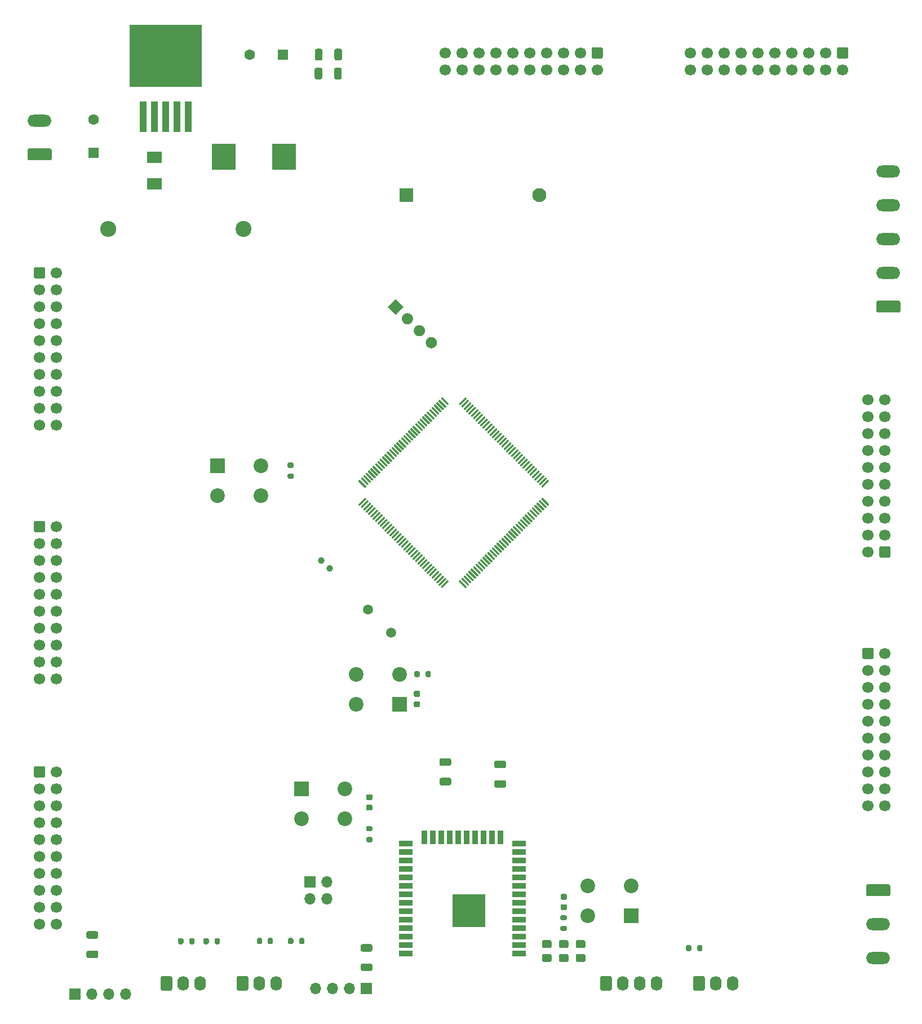
<source format=gbr>
%TF.GenerationSoftware,KiCad,Pcbnew,(5.1.12)-1*%
%TF.CreationDate,2022-04-06T16:52:09+05:30*%
%TF.ProjectId,MCROCONTROLLER,4d43524f-434f-44e5-9452-4f4c4c45522e,rev?*%
%TF.SameCoordinates,Original*%
%TF.FileFunction,Soldermask,Top*%
%TF.FilePolarity,Negative*%
%FSLAX46Y46*%
G04 Gerber Fmt 4.6, Leading zero omitted, Abs format (unit mm)*
G04 Created by KiCad (PCBNEW (5.1.12)-1) date 2022-04-06 16:52:09*
%MOMM*%
%LPD*%
G01*
G04 APERTURE LIST*
%ADD10O,3.600000X1.800000*%
%ADD11R,1.600000X1.600000*%
%ADD12C,1.600000*%
%ADD13R,2.199640X1.800860*%
%ADD14C,1.700000*%
%ADD15C,0.100000*%
%ADD16R,3.600000X4.000000*%
%ADD17R,2.000000X0.900000*%
%ADD18R,0.900000X2.000000*%
%ADD19R,5.000000X5.000000*%
%ADD20C,2.200000*%
%ADD21R,2.200000X2.200000*%
%ADD22R,1.100000X4.600000*%
%ADD23R,10.800000X9.400000*%
%ADD24C,1.500000*%
%ADD25C,1.000000*%
%ADD26O,1.740000X2.190000*%
%ADD27R,1.700000X1.700000*%
%ADD28O,1.700000X1.700000*%
%ADD29C,2.400000*%
%ADD30O,2.400000X2.400000*%
%ADD31R,2.100000X2.100000*%
%ADD32C,2.100000*%
G04 APERTURE END LIST*
%TO.C,J7*%
G36*
G01*
X184938000Y-77100000D02*
X181838000Y-77100000D01*
G75*
G02*
X181588000Y-76850000I0J250000D01*
G01*
X181588000Y-75550000D01*
G75*
G02*
X181838000Y-75300000I250000J0D01*
G01*
X184938000Y-75300000D01*
G75*
G02*
X185188000Y-75550000I0J-250000D01*
G01*
X185188000Y-76850000D01*
G75*
G02*
X184938000Y-77100000I-250000J0D01*
G01*
G37*
D10*
X183388000Y-71120000D03*
X183388000Y-66040000D03*
X183388000Y-60960000D03*
X183388000Y-55880000D03*
%TD*%
D11*
%TO.C,C1*%
X64008000Y-53086000D03*
D12*
X64008000Y-48086000D03*
%TD*%
%TO.C,C3*%
X87456000Y-38354000D03*
D11*
X92456000Y-38354000D03*
%TD*%
%TO.C,C5*%
G36*
G01*
X112322800Y-135440000D02*
X112822800Y-135440000D01*
G75*
G02*
X113047800Y-135665000I0J-225000D01*
G01*
X113047800Y-136115000D01*
G75*
G02*
X112822800Y-136340000I-225000J0D01*
G01*
X112322800Y-136340000D01*
G75*
G02*
X112097800Y-136115000I0J225000D01*
G01*
X112097800Y-135665000D01*
G75*
G02*
X112322800Y-135440000I225000J0D01*
G01*
G37*
G36*
G01*
X112322800Y-133890000D02*
X112822800Y-133890000D01*
G75*
G02*
X113047800Y-134115000I0J-225000D01*
G01*
X113047800Y-134565000D01*
G75*
G02*
X112822800Y-134790000I-225000J0D01*
G01*
X112322800Y-134790000D01*
G75*
G02*
X112097800Y-134565000I0J225000D01*
G01*
X112097800Y-134115000D01*
G75*
G02*
X112322800Y-133890000I225000J0D01*
G01*
G37*
%TD*%
D13*
%TO.C,D1*%
X73152000Y-57785000D03*
X73152000Y-53771800D03*
%TD*%
%TO.C,J1*%
G36*
G01*
X55030000Y-71720000D02*
X55030000Y-70520000D01*
G75*
G02*
X55280000Y-70270000I250000J0D01*
G01*
X56480000Y-70270000D01*
G75*
G02*
X56730000Y-70520000I0J-250000D01*
G01*
X56730000Y-71720000D01*
G75*
G02*
X56480000Y-71970000I-250000J0D01*
G01*
X55280000Y-71970000D01*
G75*
G02*
X55030000Y-71720000I0J250000D01*
G01*
G37*
D14*
X55880000Y-73660000D03*
X55880000Y-76200000D03*
X55880000Y-78740000D03*
X55880000Y-81280000D03*
X55880000Y-83820000D03*
X55880000Y-86360000D03*
X55880000Y-88900000D03*
X55880000Y-91440000D03*
X55880000Y-93980000D03*
X58420000Y-71120000D03*
X58420000Y-73660000D03*
X58420000Y-76200000D03*
X58420000Y-78740000D03*
X58420000Y-81280000D03*
X58420000Y-83820000D03*
X58420000Y-86360000D03*
X58420000Y-88900000D03*
X58420000Y-91440000D03*
X58420000Y-93980000D03*
%TD*%
%TO.C,J2*%
X58420000Y-132080000D03*
X58420000Y-129540000D03*
X58420000Y-127000000D03*
X58420000Y-124460000D03*
X58420000Y-121920000D03*
X58420000Y-119380000D03*
X58420000Y-116840000D03*
X58420000Y-114300000D03*
X58420000Y-111760000D03*
X58420000Y-109220000D03*
X55880000Y-132080000D03*
X55880000Y-129540000D03*
X55880000Y-127000000D03*
X55880000Y-124460000D03*
X55880000Y-121920000D03*
X55880000Y-119380000D03*
X55880000Y-116840000D03*
X55880000Y-114300000D03*
X55880000Y-111760000D03*
G36*
G01*
X55030000Y-109820000D02*
X55030000Y-108620000D01*
G75*
G02*
X55280000Y-108370000I250000J0D01*
G01*
X56480000Y-108370000D01*
G75*
G02*
X56730000Y-108620000I0J-250000D01*
G01*
X56730000Y-109820000D01*
G75*
G02*
X56480000Y-110070000I-250000J0D01*
G01*
X55280000Y-110070000D01*
G75*
G02*
X55030000Y-109820000I0J250000D01*
G01*
G37*
%TD*%
%TO.C,J3*%
G36*
G01*
X183730000Y-112430000D02*
X183730000Y-113630000D01*
G75*
G02*
X183480000Y-113880000I-250000J0D01*
G01*
X182280000Y-113880000D01*
G75*
G02*
X182030000Y-113630000I0J250000D01*
G01*
X182030000Y-112430000D01*
G75*
G02*
X182280000Y-112180000I250000J0D01*
G01*
X183480000Y-112180000D01*
G75*
G02*
X183730000Y-112430000I0J-250000D01*
G01*
G37*
X182880000Y-110490000D03*
X182880000Y-107950000D03*
X182880000Y-105410000D03*
X182880000Y-102870000D03*
X182880000Y-100330000D03*
X182880000Y-97790000D03*
X182880000Y-95250000D03*
X182880000Y-92710000D03*
X182880000Y-90170000D03*
X180340000Y-113030000D03*
X180340000Y-110490000D03*
X180340000Y-107950000D03*
X180340000Y-105410000D03*
X180340000Y-102870000D03*
X180340000Y-100330000D03*
X180340000Y-97790000D03*
X180340000Y-95250000D03*
X180340000Y-92710000D03*
X180340000Y-90170000D03*
%TD*%
%TO.C,J4*%
G36*
G01*
X55030000Y-146650000D02*
X55030000Y-145450000D01*
G75*
G02*
X55280000Y-145200000I250000J0D01*
G01*
X56480000Y-145200000D01*
G75*
G02*
X56730000Y-145450000I0J-250000D01*
G01*
X56730000Y-146650000D01*
G75*
G02*
X56480000Y-146900000I-250000J0D01*
G01*
X55280000Y-146900000D01*
G75*
G02*
X55030000Y-146650000I0J250000D01*
G01*
G37*
X55880000Y-148590000D03*
X55880000Y-151130000D03*
X55880000Y-153670000D03*
X55880000Y-156210000D03*
X55880000Y-158750000D03*
X55880000Y-161290000D03*
X55880000Y-163830000D03*
X55880000Y-166370000D03*
X55880000Y-168910000D03*
X58420000Y-146050000D03*
X58420000Y-148590000D03*
X58420000Y-151130000D03*
X58420000Y-153670000D03*
X58420000Y-156210000D03*
X58420000Y-158750000D03*
X58420000Y-161290000D03*
X58420000Y-163830000D03*
X58420000Y-166370000D03*
X58420000Y-168910000D03*
%TD*%
%TO.C,J5*%
X182880000Y-151130000D03*
X182880000Y-148590000D03*
X182880000Y-146050000D03*
X182880000Y-143510000D03*
X182880000Y-140970000D03*
X182880000Y-138430000D03*
X182880000Y-135890000D03*
X182880000Y-133350000D03*
X182880000Y-130810000D03*
X182880000Y-128270000D03*
X180340000Y-151130000D03*
X180340000Y-148590000D03*
X180340000Y-146050000D03*
X180340000Y-143510000D03*
X180340000Y-140970000D03*
X180340000Y-138430000D03*
X180340000Y-135890000D03*
X180340000Y-133350000D03*
X180340000Y-130810000D03*
G36*
G01*
X179490000Y-128870000D02*
X179490000Y-127670000D01*
G75*
G02*
X179740000Y-127420000I250000J0D01*
G01*
X180940000Y-127420000D01*
G75*
G02*
X181190000Y-127670000I0J-250000D01*
G01*
X181190000Y-128870000D01*
G75*
G02*
X180940000Y-129120000I-250000J0D01*
G01*
X179740000Y-129120000D01*
G75*
G02*
X179490000Y-128870000I0J250000D01*
G01*
G37*
%TD*%
%TO.C,J6*%
G36*
G01*
X180314000Y-162930000D02*
X183414000Y-162930000D01*
G75*
G02*
X183664000Y-163180000I0J-250000D01*
G01*
X183664000Y-164480000D01*
G75*
G02*
X183414000Y-164730000I-250000J0D01*
G01*
X180314000Y-164730000D01*
G75*
G02*
X180064000Y-164480000I0J250000D01*
G01*
X180064000Y-163180000D01*
G75*
G02*
X180314000Y-162930000I250000J0D01*
G01*
G37*
D10*
X181864000Y-168910000D03*
X181864000Y-173990000D03*
%TD*%
D14*
%TO.C,J8*%
X153670000Y-40640000D03*
X156210000Y-40640000D03*
X158750000Y-40640000D03*
X161290000Y-40640000D03*
X163830000Y-40640000D03*
X166370000Y-40640000D03*
X168910000Y-40640000D03*
X171450000Y-40640000D03*
X173990000Y-40640000D03*
X176530000Y-40640000D03*
X153670000Y-38100000D03*
X156210000Y-38100000D03*
X158750000Y-38100000D03*
X161290000Y-38100000D03*
X163830000Y-38100000D03*
X166370000Y-38100000D03*
X168910000Y-38100000D03*
X171450000Y-38100000D03*
X173990000Y-38100000D03*
G36*
G01*
X175930000Y-37250000D02*
X177130000Y-37250000D01*
G75*
G02*
X177380000Y-37500000I0J-250000D01*
G01*
X177380000Y-38700000D01*
G75*
G02*
X177130000Y-38950000I-250000J0D01*
G01*
X175930000Y-38950000D01*
G75*
G02*
X175680000Y-38700000I0J250000D01*
G01*
X175680000Y-37500000D01*
G75*
G02*
X175930000Y-37250000I250000J0D01*
G01*
G37*
%TD*%
%TO.C,J9*%
G36*
G01*
X57430000Y-54240000D02*
X54330000Y-54240000D01*
G75*
G02*
X54080000Y-53990000I0J250000D01*
G01*
X54080000Y-52690000D01*
G75*
G02*
X54330000Y-52440000I250000J0D01*
G01*
X57430000Y-52440000D01*
G75*
G02*
X57680000Y-52690000I0J-250000D01*
G01*
X57680000Y-53990000D01*
G75*
G02*
X57430000Y-54240000I-250000J0D01*
G01*
G37*
D10*
X55880000Y-48260000D03*
%TD*%
D15*
%TO.C,J10*%
G36*
X109343646Y-77424128D02*
G01*
X108141564Y-76222046D01*
X109343646Y-75019964D01*
X110545728Y-76222046D01*
X109343646Y-77424128D01*
G37*
G36*
G01*
X110538656Y-78619138D02*
X110538656Y-78619138D01*
G75*
G02*
X110538656Y-77417056I601041J601041D01*
G01*
X110538656Y-77417056D01*
G75*
G02*
X111740738Y-77417056I601041J-601041D01*
G01*
X111740738Y-77417056D01*
G75*
G02*
X111740738Y-78619138I-601041J-601041D01*
G01*
X111740738Y-78619138D01*
G75*
G02*
X110538656Y-78619138I-601041J601041D01*
G01*
G37*
G36*
G01*
X112334707Y-80415189D02*
X112334707Y-80415189D01*
G75*
G02*
X112334707Y-79213107I601041J601041D01*
G01*
X112334707Y-79213107D01*
G75*
G02*
X113536789Y-79213107I601041J-601041D01*
G01*
X113536789Y-79213107D01*
G75*
G02*
X113536789Y-80415189I-601041J-601041D01*
G01*
X113536789Y-80415189D01*
G75*
G02*
X112334707Y-80415189I-601041J601041D01*
G01*
G37*
G36*
G01*
X114130759Y-82211241D02*
X114130759Y-82211241D01*
G75*
G02*
X114130759Y-81009159I601041J601041D01*
G01*
X114130759Y-81009159D01*
G75*
G02*
X115332841Y-81009159I601041J-601041D01*
G01*
X115332841Y-81009159D01*
G75*
G02*
X115332841Y-82211241I-601041J-601041D01*
G01*
X115332841Y-82211241D01*
G75*
G02*
X114130759Y-82211241I-601041J601041D01*
G01*
G37*
%TD*%
D16*
%TO.C,L1*%
X92640600Y-53670200D03*
X83540600Y-53670200D03*
%TD*%
D17*
%TO.C,MOD1*%
X127880000Y-173355000D03*
D18*
X125095000Y-155845000D03*
X123825000Y-155845000D03*
X122555000Y-155845000D03*
X121285000Y-155845000D03*
X120015000Y-155845000D03*
X118745000Y-155845000D03*
X117475000Y-155845000D03*
X116205000Y-155845000D03*
X114935000Y-155845000D03*
X113665000Y-155845000D03*
D17*
X127880000Y-172085000D03*
X127880000Y-170815000D03*
X127880000Y-169545000D03*
X127880000Y-168275000D03*
X127880000Y-167005000D03*
X127880000Y-165735000D03*
X127880000Y-164465000D03*
X127880000Y-163195000D03*
X127880000Y-161925000D03*
X127880000Y-160655000D03*
X127880000Y-159385000D03*
X127880000Y-158115000D03*
X127880000Y-156845000D03*
X110880000Y-173355000D03*
X110880000Y-172085000D03*
X110880000Y-170815000D03*
X110880000Y-169545000D03*
X110880000Y-168275000D03*
X110880000Y-167005000D03*
X110880000Y-165735000D03*
X110880000Y-164465000D03*
X110880000Y-163195000D03*
X110880000Y-161925000D03*
X110880000Y-160655000D03*
X110880000Y-159385000D03*
X110880000Y-158115000D03*
X110880000Y-156845000D03*
D19*
X120380000Y-166855000D03*
%TD*%
%TO.C,R2*%
G36*
G01*
X113849200Y-131643800D02*
X113849200Y-131093800D01*
G75*
G02*
X114049200Y-130893800I200000J0D01*
G01*
X114449200Y-130893800D01*
G75*
G02*
X114649200Y-131093800I0J-200000D01*
G01*
X114649200Y-131643800D01*
G75*
G02*
X114449200Y-131843800I-200000J0D01*
G01*
X114049200Y-131843800D01*
G75*
G02*
X113849200Y-131643800I0J200000D01*
G01*
G37*
G36*
G01*
X112199200Y-131643800D02*
X112199200Y-131093800D01*
G75*
G02*
X112399200Y-130893800I200000J0D01*
G01*
X112799200Y-130893800D01*
G75*
G02*
X112999200Y-131093800I0J-200000D01*
G01*
X112999200Y-131643800D01*
G75*
G02*
X112799200Y-131843800I-200000J0D01*
G01*
X112399200Y-131843800D01*
G75*
G02*
X112199200Y-131643800I0J200000D01*
G01*
G37*
%TD*%
%TO.C,R3*%
G36*
G01*
X93874000Y-102049800D02*
X93324000Y-102049800D01*
G75*
G02*
X93124000Y-101849800I0J200000D01*
G01*
X93124000Y-101449800D01*
G75*
G02*
X93324000Y-101249800I200000J0D01*
G01*
X93874000Y-101249800D01*
G75*
G02*
X94074000Y-101449800I0J-200000D01*
G01*
X94074000Y-101849800D01*
G75*
G02*
X93874000Y-102049800I-200000J0D01*
G01*
G37*
G36*
G01*
X93874000Y-100399800D02*
X93324000Y-100399800D01*
G75*
G02*
X93124000Y-100199800I0J200000D01*
G01*
X93124000Y-99799800D01*
G75*
G02*
X93324000Y-99599800I200000J0D01*
G01*
X93874000Y-99599800D01*
G75*
G02*
X94074000Y-99799800I0J-200000D01*
G01*
X94074000Y-100199800D01*
G75*
G02*
X93874000Y-100399800I-200000J0D01*
G01*
G37*
%TD*%
D20*
%TO.C,S1*%
X109982000Y-131390000D03*
X103482000Y-131390000D03*
X103482000Y-135890000D03*
D21*
X109982000Y-135890000D03*
%TD*%
%TO.C,S2*%
X82626200Y-100101400D03*
D20*
X89126200Y-100101400D03*
X89126200Y-104601400D03*
X82626200Y-104601400D03*
%TD*%
%TO.C,U1*%
G36*
G01*
X103914832Y-106066866D02*
X103808766Y-105960800D01*
G75*
G02*
X103808766Y-105854734I53033J53033D01*
G01*
X104745682Y-104917818D01*
G75*
G02*
X104851748Y-104917818I53033J-53033D01*
G01*
X104957814Y-105023884D01*
G75*
G02*
X104957814Y-105129950I-53033J-53033D01*
G01*
X104020898Y-106066866D01*
G75*
G02*
X103914832Y-106066866I-53033J53033D01*
G01*
G37*
G36*
G01*
X104268385Y-106420419D02*
X104162319Y-106314353D01*
G75*
G02*
X104162319Y-106208287I53033J53033D01*
G01*
X105099235Y-105271371D01*
G75*
G02*
X105205301Y-105271371I53033J-53033D01*
G01*
X105311367Y-105377437D01*
G75*
G02*
X105311367Y-105483503I-53033J-53033D01*
G01*
X104374451Y-106420419D01*
G75*
G02*
X104268385Y-106420419I-53033J53033D01*
G01*
G37*
G36*
G01*
X104621938Y-106773973D02*
X104515872Y-106667907D01*
G75*
G02*
X104515872Y-106561841I53033J53033D01*
G01*
X105452788Y-105624925D01*
G75*
G02*
X105558854Y-105624925I53033J-53033D01*
G01*
X105664920Y-105730991D01*
G75*
G02*
X105664920Y-105837057I-53033J-53033D01*
G01*
X104728004Y-106773973D01*
G75*
G02*
X104621938Y-106773973I-53033J53033D01*
G01*
G37*
G36*
G01*
X104975492Y-107127526D02*
X104869426Y-107021460D01*
G75*
G02*
X104869426Y-106915394I53033J53033D01*
G01*
X105806342Y-105978478D01*
G75*
G02*
X105912408Y-105978478I53033J-53033D01*
G01*
X106018474Y-106084544D01*
G75*
G02*
X106018474Y-106190610I-53033J-53033D01*
G01*
X105081558Y-107127526D01*
G75*
G02*
X104975492Y-107127526I-53033J53033D01*
G01*
G37*
G36*
G01*
X105329045Y-107481079D02*
X105222979Y-107375013D01*
G75*
G02*
X105222979Y-107268947I53033J53033D01*
G01*
X106159895Y-106332031D01*
G75*
G02*
X106265961Y-106332031I53033J-53033D01*
G01*
X106372027Y-106438097D01*
G75*
G02*
X106372027Y-106544163I-53033J-53033D01*
G01*
X105435111Y-107481079D01*
G75*
G02*
X105329045Y-107481079I-53033J53033D01*
G01*
G37*
G36*
G01*
X105682599Y-107834633D02*
X105576533Y-107728567D01*
G75*
G02*
X105576533Y-107622501I53033J53033D01*
G01*
X106513449Y-106685585D01*
G75*
G02*
X106619515Y-106685585I53033J-53033D01*
G01*
X106725581Y-106791651D01*
G75*
G02*
X106725581Y-106897717I-53033J-53033D01*
G01*
X105788665Y-107834633D01*
G75*
G02*
X105682599Y-107834633I-53033J53033D01*
G01*
G37*
G36*
G01*
X106036152Y-108188186D02*
X105930086Y-108082120D01*
G75*
G02*
X105930086Y-107976054I53033J53033D01*
G01*
X106867002Y-107039138D01*
G75*
G02*
X106973068Y-107039138I53033J-53033D01*
G01*
X107079134Y-107145204D01*
G75*
G02*
X107079134Y-107251270I-53033J-53033D01*
G01*
X106142218Y-108188186D01*
G75*
G02*
X106036152Y-108188186I-53033J53033D01*
G01*
G37*
G36*
G01*
X106389705Y-108541739D02*
X106283639Y-108435673D01*
G75*
G02*
X106283639Y-108329607I53033J53033D01*
G01*
X107220555Y-107392691D01*
G75*
G02*
X107326621Y-107392691I53033J-53033D01*
G01*
X107432687Y-107498757D01*
G75*
G02*
X107432687Y-107604823I-53033J-53033D01*
G01*
X106495771Y-108541739D01*
G75*
G02*
X106389705Y-108541739I-53033J53033D01*
G01*
G37*
G36*
G01*
X106743259Y-108895293D02*
X106637193Y-108789227D01*
G75*
G02*
X106637193Y-108683161I53033J53033D01*
G01*
X107574109Y-107746245D01*
G75*
G02*
X107680175Y-107746245I53033J-53033D01*
G01*
X107786241Y-107852311D01*
G75*
G02*
X107786241Y-107958377I-53033J-53033D01*
G01*
X106849325Y-108895293D01*
G75*
G02*
X106743259Y-108895293I-53033J53033D01*
G01*
G37*
G36*
G01*
X107096812Y-109248846D02*
X106990746Y-109142780D01*
G75*
G02*
X106990746Y-109036714I53033J53033D01*
G01*
X107927662Y-108099798D01*
G75*
G02*
X108033728Y-108099798I53033J-53033D01*
G01*
X108139794Y-108205864D01*
G75*
G02*
X108139794Y-108311930I-53033J-53033D01*
G01*
X107202878Y-109248846D01*
G75*
G02*
X107096812Y-109248846I-53033J53033D01*
G01*
G37*
G36*
G01*
X107450366Y-109602400D02*
X107344300Y-109496334D01*
G75*
G02*
X107344300Y-109390268I53033J53033D01*
G01*
X108281216Y-108453352D01*
G75*
G02*
X108387282Y-108453352I53033J-53033D01*
G01*
X108493348Y-108559418D01*
G75*
G02*
X108493348Y-108665484I-53033J-53033D01*
G01*
X107556432Y-109602400D01*
G75*
G02*
X107450366Y-109602400I-53033J53033D01*
G01*
G37*
G36*
G01*
X107803919Y-109955953D02*
X107697853Y-109849887D01*
G75*
G02*
X107697853Y-109743821I53033J53033D01*
G01*
X108634769Y-108806905D01*
G75*
G02*
X108740835Y-108806905I53033J-53033D01*
G01*
X108846901Y-108912971D01*
G75*
G02*
X108846901Y-109019037I-53033J-53033D01*
G01*
X107909985Y-109955953D01*
G75*
G02*
X107803919Y-109955953I-53033J53033D01*
G01*
G37*
G36*
G01*
X108157472Y-110309506D02*
X108051406Y-110203440D01*
G75*
G02*
X108051406Y-110097374I53033J53033D01*
G01*
X108988322Y-109160458D01*
G75*
G02*
X109094388Y-109160458I53033J-53033D01*
G01*
X109200454Y-109266524D01*
G75*
G02*
X109200454Y-109372590I-53033J-53033D01*
G01*
X108263538Y-110309506D01*
G75*
G02*
X108157472Y-110309506I-53033J53033D01*
G01*
G37*
G36*
G01*
X108511026Y-110663060D02*
X108404960Y-110556994D01*
G75*
G02*
X108404960Y-110450928I53033J53033D01*
G01*
X109341876Y-109514012D01*
G75*
G02*
X109447942Y-109514012I53033J-53033D01*
G01*
X109554008Y-109620078D01*
G75*
G02*
X109554008Y-109726144I-53033J-53033D01*
G01*
X108617092Y-110663060D01*
G75*
G02*
X108511026Y-110663060I-53033J53033D01*
G01*
G37*
G36*
G01*
X108864579Y-111016613D02*
X108758513Y-110910547D01*
G75*
G02*
X108758513Y-110804481I53033J53033D01*
G01*
X109695429Y-109867565D01*
G75*
G02*
X109801495Y-109867565I53033J-53033D01*
G01*
X109907561Y-109973631D01*
G75*
G02*
X109907561Y-110079697I-53033J-53033D01*
G01*
X108970645Y-111016613D01*
G75*
G02*
X108864579Y-111016613I-53033J53033D01*
G01*
G37*
G36*
G01*
X109218132Y-111370167D02*
X109112066Y-111264101D01*
G75*
G02*
X109112066Y-111158035I53033J53033D01*
G01*
X110048982Y-110221119D01*
G75*
G02*
X110155048Y-110221119I53033J-53033D01*
G01*
X110261114Y-110327185D01*
G75*
G02*
X110261114Y-110433251I-53033J-53033D01*
G01*
X109324198Y-111370167D01*
G75*
G02*
X109218132Y-111370167I-53033J53033D01*
G01*
G37*
G36*
G01*
X109571686Y-111723720D02*
X109465620Y-111617654D01*
G75*
G02*
X109465620Y-111511588I53033J53033D01*
G01*
X110402536Y-110574672D01*
G75*
G02*
X110508602Y-110574672I53033J-53033D01*
G01*
X110614668Y-110680738D01*
G75*
G02*
X110614668Y-110786804I-53033J-53033D01*
G01*
X109677752Y-111723720D01*
G75*
G02*
X109571686Y-111723720I-53033J53033D01*
G01*
G37*
G36*
G01*
X109925239Y-112077273D02*
X109819173Y-111971207D01*
G75*
G02*
X109819173Y-111865141I53033J53033D01*
G01*
X110756089Y-110928225D01*
G75*
G02*
X110862155Y-110928225I53033J-53033D01*
G01*
X110968221Y-111034291D01*
G75*
G02*
X110968221Y-111140357I-53033J-53033D01*
G01*
X110031305Y-112077273D01*
G75*
G02*
X109925239Y-112077273I-53033J53033D01*
G01*
G37*
G36*
G01*
X110278793Y-112430827D02*
X110172727Y-112324761D01*
G75*
G02*
X110172727Y-112218695I53033J53033D01*
G01*
X111109643Y-111281779D01*
G75*
G02*
X111215709Y-111281779I53033J-53033D01*
G01*
X111321775Y-111387845D01*
G75*
G02*
X111321775Y-111493911I-53033J-53033D01*
G01*
X110384859Y-112430827D01*
G75*
G02*
X110278793Y-112430827I-53033J53033D01*
G01*
G37*
G36*
G01*
X110632346Y-112784380D02*
X110526280Y-112678314D01*
G75*
G02*
X110526280Y-112572248I53033J53033D01*
G01*
X111463196Y-111635332D01*
G75*
G02*
X111569262Y-111635332I53033J-53033D01*
G01*
X111675328Y-111741398D01*
G75*
G02*
X111675328Y-111847464I-53033J-53033D01*
G01*
X110738412Y-112784380D01*
G75*
G02*
X110632346Y-112784380I-53033J53033D01*
G01*
G37*
G36*
G01*
X110985899Y-113137934D02*
X110879833Y-113031868D01*
G75*
G02*
X110879833Y-112925802I53033J53033D01*
G01*
X111816749Y-111988886D01*
G75*
G02*
X111922815Y-111988886I53033J-53033D01*
G01*
X112028881Y-112094952D01*
G75*
G02*
X112028881Y-112201018I-53033J-53033D01*
G01*
X111091965Y-113137934D01*
G75*
G02*
X110985899Y-113137934I-53033J53033D01*
G01*
G37*
G36*
G01*
X111339453Y-113491487D02*
X111233387Y-113385421D01*
G75*
G02*
X111233387Y-113279355I53033J53033D01*
G01*
X112170303Y-112342439D01*
G75*
G02*
X112276369Y-112342439I53033J-53033D01*
G01*
X112382435Y-112448505D01*
G75*
G02*
X112382435Y-112554571I-53033J-53033D01*
G01*
X111445519Y-113491487D01*
G75*
G02*
X111339453Y-113491487I-53033J53033D01*
G01*
G37*
G36*
G01*
X111693006Y-113845040D02*
X111586940Y-113738974D01*
G75*
G02*
X111586940Y-113632908I53033J53033D01*
G01*
X112523856Y-112695992D01*
G75*
G02*
X112629922Y-112695992I53033J-53033D01*
G01*
X112735988Y-112802058D01*
G75*
G02*
X112735988Y-112908124I-53033J-53033D01*
G01*
X111799072Y-113845040D01*
G75*
G02*
X111693006Y-113845040I-53033J53033D01*
G01*
G37*
G36*
G01*
X112046560Y-114198594D02*
X111940494Y-114092528D01*
G75*
G02*
X111940494Y-113986462I53033J53033D01*
G01*
X112877410Y-113049546D01*
G75*
G02*
X112983476Y-113049546I53033J-53033D01*
G01*
X113089542Y-113155612D01*
G75*
G02*
X113089542Y-113261678I-53033J-53033D01*
G01*
X112152626Y-114198594D01*
G75*
G02*
X112046560Y-114198594I-53033J53033D01*
G01*
G37*
G36*
G01*
X112400113Y-114552147D02*
X112294047Y-114446081D01*
G75*
G02*
X112294047Y-114340015I53033J53033D01*
G01*
X113230963Y-113403099D01*
G75*
G02*
X113337029Y-113403099I53033J-53033D01*
G01*
X113443095Y-113509165D01*
G75*
G02*
X113443095Y-113615231I-53033J-53033D01*
G01*
X112506179Y-114552147D01*
G75*
G02*
X112400113Y-114552147I-53033J53033D01*
G01*
G37*
G36*
G01*
X112753666Y-114905700D02*
X112647600Y-114799634D01*
G75*
G02*
X112647600Y-114693568I53033J53033D01*
G01*
X113584516Y-113756652D01*
G75*
G02*
X113690582Y-113756652I53033J-53033D01*
G01*
X113796648Y-113862718D01*
G75*
G02*
X113796648Y-113968784I-53033J-53033D01*
G01*
X112859732Y-114905700D01*
G75*
G02*
X112753666Y-114905700I-53033J53033D01*
G01*
G37*
G36*
G01*
X113107220Y-115259254D02*
X113001154Y-115153188D01*
G75*
G02*
X113001154Y-115047122I53033J53033D01*
G01*
X113938070Y-114110206D01*
G75*
G02*
X114044136Y-114110206I53033J-53033D01*
G01*
X114150202Y-114216272D01*
G75*
G02*
X114150202Y-114322338I-53033J-53033D01*
G01*
X113213286Y-115259254D01*
G75*
G02*
X113107220Y-115259254I-53033J53033D01*
G01*
G37*
G36*
G01*
X113460773Y-115612807D02*
X113354707Y-115506741D01*
G75*
G02*
X113354707Y-115400675I53033J53033D01*
G01*
X114291623Y-114463759D01*
G75*
G02*
X114397689Y-114463759I53033J-53033D01*
G01*
X114503755Y-114569825D01*
G75*
G02*
X114503755Y-114675891I-53033J-53033D01*
G01*
X113566839Y-115612807D01*
G75*
G02*
X113460773Y-115612807I-53033J53033D01*
G01*
G37*
G36*
G01*
X113814327Y-115966361D02*
X113708261Y-115860295D01*
G75*
G02*
X113708261Y-115754229I53033J53033D01*
G01*
X114645177Y-114817313D01*
G75*
G02*
X114751243Y-114817313I53033J-53033D01*
G01*
X114857309Y-114923379D01*
G75*
G02*
X114857309Y-115029445I-53033J-53033D01*
G01*
X113920393Y-115966361D01*
G75*
G02*
X113814327Y-115966361I-53033J53033D01*
G01*
G37*
G36*
G01*
X114167880Y-116319914D02*
X114061814Y-116213848D01*
G75*
G02*
X114061814Y-116107782I53033J53033D01*
G01*
X114998730Y-115170866D01*
G75*
G02*
X115104796Y-115170866I53033J-53033D01*
G01*
X115210862Y-115276932D01*
G75*
G02*
X115210862Y-115382998I-53033J-53033D01*
G01*
X114273946Y-116319914D01*
G75*
G02*
X114167880Y-116319914I-53033J53033D01*
G01*
G37*
G36*
G01*
X114521433Y-116673467D02*
X114415367Y-116567401D01*
G75*
G02*
X114415367Y-116461335I53033J53033D01*
G01*
X115352283Y-115524419D01*
G75*
G02*
X115458349Y-115524419I53033J-53033D01*
G01*
X115564415Y-115630485D01*
G75*
G02*
X115564415Y-115736551I-53033J-53033D01*
G01*
X114627499Y-116673467D01*
G75*
G02*
X114521433Y-116673467I-53033J53033D01*
G01*
G37*
G36*
G01*
X114874987Y-117027021D02*
X114768921Y-116920955D01*
G75*
G02*
X114768921Y-116814889I53033J53033D01*
G01*
X115705837Y-115877973D01*
G75*
G02*
X115811903Y-115877973I53033J-53033D01*
G01*
X115917969Y-115984039D01*
G75*
G02*
X115917969Y-116090105I-53033J-53033D01*
G01*
X114981053Y-117027021D01*
G75*
G02*
X114874987Y-117027021I-53033J53033D01*
G01*
G37*
G36*
G01*
X115228540Y-117380574D02*
X115122474Y-117274508D01*
G75*
G02*
X115122474Y-117168442I53033J53033D01*
G01*
X116059390Y-116231526D01*
G75*
G02*
X116165456Y-116231526I53033J-53033D01*
G01*
X116271522Y-116337592D01*
G75*
G02*
X116271522Y-116443658I-53033J-53033D01*
G01*
X115334606Y-117380574D01*
G75*
G02*
X115228540Y-117380574I-53033J53033D01*
G01*
G37*
G36*
G01*
X115582093Y-117734128D02*
X115476027Y-117628062D01*
G75*
G02*
X115476027Y-117521996I53033J53033D01*
G01*
X116412943Y-116585080D01*
G75*
G02*
X116519009Y-116585080I53033J-53033D01*
G01*
X116625075Y-116691146D01*
G75*
G02*
X116625075Y-116797212I-53033J-53033D01*
G01*
X115688159Y-117734128D01*
G75*
G02*
X115582093Y-117734128I-53033J53033D01*
G01*
G37*
G36*
G01*
X115935647Y-118087681D02*
X115829581Y-117981615D01*
G75*
G02*
X115829581Y-117875549I53033J53033D01*
G01*
X116766497Y-116938633D01*
G75*
G02*
X116872563Y-116938633I53033J-53033D01*
G01*
X116978629Y-117044699D01*
G75*
G02*
X116978629Y-117150765I-53033J-53033D01*
G01*
X116041713Y-118087681D01*
G75*
G02*
X115935647Y-118087681I-53033J53033D01*
G01*
G37*
G36*
G01*
X116289200Y-118441234D02*
X116183134Y-118335168D01*
G75*
G02*
X116183134Y-118229102I53033J53033D01*
G01*
X117120050Y-117292186D01*
G75*
G02*
X117226116Y-117292186I53033J-53033D01*
G01*
X117332182Y-117398252D01*
G75*
G02*
X117332182Y-117504318I-53033J-53033D01*
G01*
X116395266Y-118441234D01*
G75*
G02*
X116289200Y-118441234I-53033J53033D01*
G01*
G37*
G36*
G01*
X119824734Y-118441234D02*
X118887818Y-117504318D01*
G75*
G02*
X118887818Y-117398252I53033J53033D01*
G01*
X118993884Y-117292186D01*
G75*
G02*
X119099950Y-117292186I53033J-53033D01*
G01*
X120036866Y-118229102D01*
G75*
G02*
X120036866Y-118335168I-53033J-53033D01*
G01*
X119930800Y-118441234D01*
G75*
G02*
X119824734Y-118441234I-53033J53033D01*
G01*
G37*
G36*
G01*
X120178287Y-118087681D02*
X119241371Y-117150765D01*
G75*
G02*
X119241371Y-117044699I53033J53033D01*
G01*
X119347437Y-116938633D01*
G75*
G02*
X119453503Y-116938633I53033J-53033D01*
G01*
X120390419Y-117875549D01*
G75*
G02*
X120390419Y-117981615I-53033J-53033D01*
G01*
X120284353Y-118087681D01*
G75*
G02*
X120178287Y-118087681I-53033J53033D01*
G01*
G37*
G36*
G01*
X120531841Y-117734128D02*
X119594925Y-116797212D01*
G75*
G02*
X119594925Y-116691146I53033J53033D01*
G01*
X119700991Y-116585080D01*
G75*
G02*
X119807057Y-116585080I53033J-53033D01*
G01*
X120743973Y-117521996D01*
G75*
G02*
X120743973Y-117628062I-53033J-53033D01*
G01*
X120637907Y-117734128D01*
G75*
G02*
X120531841Y-117734128I-53033J53033D01*
G01*
G37*
G36*
G01*
X120885394Y-117380574D02*
X119948478Y-116443658D01*
G75*
G02*
X119948478Y-116337592I53033J53033D01*
G01*
X120054544Y-116231526D01*
G75*
G02*
X120160610Y-116231526I53033J-53033D01*
G01*
X121097526Y-117168442D01*
G75*
G02*
X121097526Y-117274508I-53033J-53033D01*
G01*
X120991460Y-117380574D01*
G75*
G02*
X120885394Y-117380574I-53033J53033D01*
G01*
G37*
G36*
G01*
X121238947Y-117027021D02*
X120302031Y-116090105D01*
G75*
G02*
X120302031Y-115984039I53033J53033D01*
G01*
X120408097Y-115877973D01*
G75*
G02*
X120514163Y-115877973I53033J-53033D01*
G01*
X121451079Y-116814889D01*
G75*
G02*
X121451079Y-116920955I-53033J-53033D01*
G01*
X121345013Y-117027021D01*
G75*
G02*
X121238947Y-117027021I-53033J53033D01*
G01*
G37*
G36*
G01*
X121592501Y-116673467D02*
X120655585Y-115736551D01*
G75*
G02*
X120655585Y-115630485I53033J53033D01*
G01*
X120761651Y-115524419D01*
G75*
G02*
X120867717Y-115524419I53033J-53033D01*
G01*
X121804633Y-116461335D01*
G75*
G02*
X121804633Y-116567401I-53033J-53033D01*
G01*
X121698567Y-116673467D01*
G75*
G02*
X121592501Y-116673467I-53033J53033D01*
G01*
G37*
G36*
G01*
X121946054Y-116319914D02*
X121009138Y-115382998D01*
G75*
G02*
X121009138Y-115276932I53033J53033D01*
G01*
X121115204Y-115170866D01*
G75*
G02*
X121221270Y-115170866I53033J-53033D01*
G01*
X122158186Y-116107782D01*
G75*
G02*
X122158186Y-116213848I-53033J-53033D01*
G01*
X122052120Y-116319914D01*
G75*
G02*
X121946054Y-116319914I-53033J53033D01*
G01*
G37*
G36*
G01*
X122299607Y-115966361D02*
X121362691Y-115029445D01*
G75*
G02*
X121362691Y-114923379I53033J53033D01*
G01*
X121468757Y-114817313D01*
G75*
G02*
X121574823Y-114817313I53033J-53033D01*
G01*
X122511739Y-115754229D01*
G75*
G02*
X122511739Y-115860295I-53033J-53033D01*
G01*
X122405673Y-115966361D01*
G75*
G02*
X122299607Y-115966361I-53033J53033D01*
G01*
G37*
G36*
G01*
X122653161Y-115612807D02*
X121716245Y-114675891D01*
G75*
G02*
X121716245Y-114569825I53033J53033D01*
G01*
X121822311Y-114463759D01*
G75*
G02*
X121928377Y-114463759I53033J-53033D01*
G01*
X122865293Y-115400675D01*
G75*
G02*
X122865293Y-115506741I-53033J-53033D01*
G01*
X122759227Y-115612807D01*
G75*
G02*
X122653161Y-115612807I-53033J53033D01*
G01*
G37*
G36*
G01*
X123006714Y-115259254D02*
X122069798Y-114322338D01*
G75*
G02*
X122069798Y-114216272I53033J53033D01*
G01*
X122175864Y-114110206D01*
G75*
G02*
X122281930Y-114110206I53033J-53033D01*
G01*
X123218846Y-115047122D01*
G75*
G02*
X123218846Y-115153188I-53033J-53033D01*
G01*
X123112780Y-115259254D01*
G75*
G02*
X123006714Y-115259254I-53033J53033D01*
G01*
G37*
G36*
G01*
X123360268Y-114905700D02*
X122423352Y-113968784D01*
G75*
G02*
X122423352Y-113862718I53033J53033D01*
G01*
X122529418Y-113756652D01*
G75*
G02*
X122635484Y-113756652I53033J-53033D01*
G01*
X123572400Y-114693568D01*
G75*
G02*
X123572400Y-114799634I-53033J-53033D01*
G01*
X123466334Y-114905700D01*
G75*
G02*
X123360268Y-114905700I-53033J53033D01*
G01*
G37*
G36*
G01*
X123713821Y-114552147D02*
X122776905Y-113615231D01*
G75*
G02*
X122776905Y-113509165I53033J53033D01*
G01*
X122882971Y-113403099D01*
G75*
G02*
X122989037Y-113403099I53033J-53033D01*
G01*
X123925953Y-114340015D01*
G75*
G02*
X123925953Y-114446081I-53033J-53033D01*
G01*
X123819887Y-114552147D01*
G75*
G02*
X123713821Y-114552147I-53033J53033D01*
G01*
G37*
G36*
G01*
X124067374Y-114198594D02*
X123130458Y-113261678D01*
G75*
G02*
X123130458Y-113155612I53033J53033D01*
G01*
X123236524Y-113049546D01*
G75*
G02*
X123342590Y-113049546I53033J-53033D01*
G01*
X124279506Y-113986462D01*
G75*
G02*
X124279506Y-114092528I-53033J-53033D01*
G01*
X124173440Y-114198594D01*
G75*
G02*
X124067374Y-114198594I-53033J53033D01*
G01*
G37*
G36*
G01*
X124420928Y-113845040D02*
X123484012Y-112908124D01*
G75*
G02*
X123484012Y-112802058I53033J53033D01*
G01*
X123590078Y-112695992D01*
G75*
G02*
X123696144Y-112695992I53033J-53033D01*
G01*
X124633060Y-113632908D01*
G75*
G02*
X124633060Y-113738974I-53033J-53033D01*
G01*
X124526994Y-113845040D01*
G75*
G02*
X124420928Y-113845040I-53033J53033D01*
G01*
G37*
G36*
G01*
X124774481Y-113491487D02*
X123837565Y-112554571D01*
G75*
G02*
X123837565Y-112448505I53033J53033D01*
G01*
X123943631Y-112342439D01*
G75*
G02*
X124049697Y-112342439I53033J-53033D01*
G01*
X124986613Y-113279355D01*
G75*
G02*
X124986613Y-113385421I-53033J-53033D01*
G01*
X124880547Y-113491487D01*
G75*
G02*
X124774481Y-113491487I-53033J53033D01*
G01*
G37*
G36*
G01*
X125128035Y-113137934D02*
X124191119Y-112201018D01*
G75*
G02*
X124191119Y-112094952I53033J53033D01*
G01*
X124297185Y-111988886D01*
G75*
G02*
X124403251Y-111988886I53033J-53033D01*
G01*
X125340167Y-112925802D01*
G75*
G02*
X125340167Y-113031868I-53033J-53033D01*
G01*
X125234101Y-113137934D01*
G75*
G02*
X125128035Y-113137934I-53033J53033D01*
G01*
G37*
G36*
G01*
X125481588Y-112784380D02*
X124544672Y-111847464D01*
G75*
G02*
X124544672Y-111741398I53033J53033D01*
G01*
X124650738Y-111635332D01*
G75*
G02*
X124756804Y-111635332I53033J-53033D01*
G01*
X125693720Y-112572248D01*
G75*
G02*
X125693720Y-112678314I-53033J-53033D01*
G01*
X125587654Y-112784380D01*
G75*
G02*
X125481588Y-112784380I-53033J53033D01*
G01*
G37*
G36*
G01*
X125835141Y-112430827D02*
X124898225Y-111493911D01*
G75*
G02*
X124898225Y-111387845I53033J53033D01*
G01*
X125004291Y-111281779D01*
G75*
G02*
X125110357Y-111281779I53033J-53033D01*
G01*
X126047273Y-112218695D01*
G75*
G02*
X126047273Y-112324761I-53033J-53033D01*
G01*
X125941207Y-112430827D01*
G75*
G02*
X125835141Y-112430827I-53033J53033D01*
G01*
G37*
G36*
G01*
X126188695Y-112077273D02*
X125251779Y-111140357D01*
G75*
G02*
X125251779Y-111034291I53033J53033D01*
G01*
X125357845Y-110928225D01*
G75*
G02*
X125463911Y-110928225I53033J-53033D01*
G01*
X126400827Y-111865141D01*
G75*
G02*
X126400827Y-111971207I-53033J-53033D01*
G01*
X126294761Y-112077273D01*
G75*
G02*
X126188695Y-112077273I-53033J53033D01*
G01*
G37*
G36*
G01*
X126542248Y-111723720D02*
X125605332Y-110786804D01*
G75*
G02*
X125605332Y-110680738I53033J53033D01*
G01*
X125711398Y-110574672D01*
G75*
G02*
X125817464Y-110574672I53033J-53033D01*
G01*
X126754380Y-111511588D01*
G75*
G02*
X126754380Y-111617654I-53033J-53033D01*
G01*
X126648314Y-111723720D01*
G75*
G02*
X126542248Y-111723720I-53033J53033D01*
G01*
G37*
G36*
G01*
X126895802Y-111370167D02*
X125958886Y-110433251D01*
G75*
G02*
X125958886Y-110327185I53033J53033D01*
G01*
X126064952Y-110221119D01*
G75*
G02*
X126171018Y-110221119I53033J-53033D01*
G01*
X127107934Y-111158035D01*
G75*
G02*
X127107934Y-111264101I-53033J-53033D01*
G01*
X127001868Y-111370167D01*
G75*
G02*
X126895802Y-111370167I-53033J53033D01*
G01*
G37*
G36*
G01*
X127249355Y-111016613D02*
X126312439Y-110079697D01*
G75*
G02*
X126312439Y-109973631I53033J53033D01*
G01*
X126418505Y-109867565D01*
G75*
G02*
X126524571Y-109867565I53033J-53033D01*
G01*
X127461487Y-110804481D01*
G75*
G02*
X127461487Y-110910547I-53033J-53033D01*
G01*
X127355421Y-111016613D01*
G75*
G02*
X127249355Y-111016613I-53033J53033D01*
G01*
G37*
G36*
G01*
X127602908Y-110663060D02*
X126665992Y-109726144D01*
G75*
G02*
X126665992Y-109620078I53033J53033D01*
G01*
X126772058Y-109514012D01*
G75*
G02*
X126878124Y-109514012I53033J-53033D01*
G01*
X127815040Y-110450928D01*
G75*
G02*
X127815040Y-110556994I-53033J-53033D01*
G01*
X127708974Y-110663060D01*
G75*
G02*
X127602908Y-110663060I-53033J53033D01*
G01*
G37*
G36*
G01*
X127956462Y-110309506D02*
X127019546Y-109372590D01*
G75*
G02*
X127019546Y-109266524I53033J53033D01*
G01*
X127125612Y-109160458D01*
G75*
G02*
X127231678Y-109160458I53033J-53033D01*
G01*
X128168594Y-110097374D01*
G75*
G02*
X128168594Y-110203440I-53033J-53033D01*
G01*
X128062528Y-110309506D01*
G75*
G02*
X127956462Y-110309506I-53033J53033D01*
G01*
G37*
G36*
G01*
X128310015Y-109955953D02*
X127373099Y-109019037D01*
G75*
G02*
X127373099Y-108912971I53033J53033D01*
G01*
X127479165Y-108806905D01*
G75*
G02*
X127585231Y-108806905I53033J-53033D01*
G01*
X128522147Y-109743821D01*
G75*
G02*
X128522147Y-109849887I-53033J-53033D01*
G01*
X128416081Y-109955953D01*
G75*
G02*
X128310015Y-109955953I-53033J53033D01*
G01*
G37*
G36*
G01*
X128663568Y-109602400D02*
X127726652Y-108665484D01*
G75*
G02*
X127726652Y-108559418I53033J53033D01*
G01*
X127832718Y-108453352D01*
G75*
G02*
X127938784Y-108453352I53033J-53033D01*
G01*
X128875700Y-109390268D01*
G75*
G02*
X128875700Y-109496334I-53033J-53033D01*
G01*
X128769634Y-109602400D01*
G75*
G02*
X128663568Y-109602400I-53033J53033D01*
G01*
G37*
G36*
G01*
X129017122Y-109248846D02*
X128080206Y-108311930D01*
G75*
G02*
X128080206Y-108205864I53033J53033D01*
G01*
X128186272Y-108099798D01*
G75*
G02*
X128292338Y-108099798I53033J-53033D01*
G01*
X129229254Y-109036714D01*
G75*
G02*
X129229254Y-109142780I-53033J-53033D01*
G01*
X129123188Y-109248846D01*
G75*
G02*
X129017122Y-109248846I-53033J53033D01*
G01*
G37*
G36*
G01*
X129370675Y-108895293D02*
X128433759Y-107958377D01*
G75*
G02*
X128433759Y-107852311I53033J53033D01*
G01*
X128539825Y-107746245D01*
G75*
G02*
X128645891Y-107746245I53033J-53033D01*
G01*
X129582807Y-108683161D01*
G75*
G02*
X129582807Y-108789227I-53033J-53033D01*
G01*
X129476741Y-108895293D01*
G75*
G02*
X129370675Y-108895293I-53033J53033D01*
G01*
G37*
G36*
G01*
X129724229Y-108541739D02*
X128787313Y-107604823D01*
G75*
G02*
X128787313Y-107498757I53033J53033D01*
G01*
X128893379Y-107392691D01*
G75*
G02*
X128999445Y-107392691I53033J-53033D01*
G01*
X129936361Y-108329607D01*
G75*
G02*
X129936361Y-108435673I-53033J-53033D01*
G01*
X129830295Y-108541739D01*
G75*
G02*
X129724229Y-108541739I-53033J53033D01*
G01*
G37*
G36*
G01*
X130077782Y-108188186D02*
X129140866Y-107251270D01*
G75*
G02*
X129140866Y-107145204I53033J53033D01*
G01*
X129246932Y-107039138D01*
G75*
G02*
X129352998Y-107039138I53033J-53033D01*
G01*
X130289914Y-107976054D01*
G75*
G02*
X130289914Y-108082120I-53033J-53033D01*
G01*
X130183848Y-108188186D01*
G75*
G02*
X130077782Y-108188186I-53033J53033D01*
G01*
G37*
G36*
G01*
X130431335Y-107834633D02*
X129494419Y-106897717D01*
G75*
G02*
X129494419Y-106791651I53033J53033D01*
G01*
X129600485Y-106685585D01*
G75*
G02*
X129706551Y-106685585I53033J-53033D01*
G01*
X130643467Y-107622501D01*
G75*
G02*
X130643467Y-107728567I-53033J-53033D01*
G01*
X130537401Y-107834633D01*
G75*
G02*
X130431335Y-107834633I-53033J53033D01*
G01*
G37*
G36*
G01*
X130784889Y-107481079D02*
X129847973Y-106544163D01*
G75*
G02*
X129847973Y-106438097I53033J53033D01*
G01*
X129954039Y-106332031D01*
G75*
G02*
X130060105Y-106332031I53033J-53033D01*
G01*
X130997021Y-107268947D01*
G75*
G02*
X130997021Y-107375013I-53033J-53033D01*
G01*
X130890955Y-107481079D01*
G75*
G02*
X130784889Y-107481079I-53033J53033D01*
G01*
G37*
G36*
G01*
X131138442Y-107127526D02*
X130201526Y-106190610D01*
G75*
G02*
X130201526Y-106084544I53033J53033D01*
G01*
X130307592Y-105978478D01*
G75*
G02*
X130413658Y-105978478I53033J-53033D01*
G01*
X131350574Y-106915394D01*
G75*
G02*
X131350574Y-107021460I-53033J-53033D01*
G01*
X131244508Y-107127526D01*
G75*
G02*
X131138442Y-107127526I-53033J53033D01*
G01*
G37*
G36*
G01*
X131491996Y-106773973D02*
X130555080Y-105837057D01*
G75*
G02*
X130555080Y-105730991I53033J53033D01*
G01*
X130661146Y-105624925D01*
G75*
G02*
X130767212Y-105624925I53033J-53033D01*
G01*
X131704128Y-106561841D01*
G75*
G02*
X131704128Y-106667907I-53033J-53033D01*
G01*
X131598062Y-106773973D01*
G75*
G02*
X131491996Y-106773973I-53033J53033D01*
G01*
G37*
G36*
G01*
X131845549Y-106420419D02*
X130908633Y-105483503D01*
G75*
G02*
X130908633Y-105377437I53033J53033D01*
G01*
X131014699Y-105271371D01*
G75*
G02*
X131120765Y-105271371I53033J-53033D01*
G01*
X132057681Y-106208287D01*
G75*
G02*
X132057681Y-106314353I-53033J-53033D01*
G01*
X131951615Y-106420419D01*
G75*
G02*
X131845549Y-106420419I-53033J53033D01*
G01*
G37*
G36*
G01*
X132199102Y-106066866D02*
X131262186Y-105129950D01*
G75*
G02*
X131262186Y-105023884I53033J53033D01*
G01*
X131368252Y-104917818D01*
G75*
G02*
X131474318Y-104917818I53033J-53033D01*
G01*
X132411234Y-105854734D01*
G75*
G02*
X132411234Y-105960800I-53033J-53033D01*
G01*
X132305168Y-106066866D01*
G75*
G02*
X132199102Y-106066866I-53033J53033D01*
G01*
G37*
G36*
G01*
X131368252Y-103362182D02*
X131262186Y-103256116D01*
G75*
G02*
X131262186Y-103150050I53033J53033D01*
G01*
X132199102Y-102213134D01*
G75*
G02*
X132305168Y-102213134I53033J-53033D01*
G01*
X132411234Y-102319200D01*
G75*
G02*
X132411234Y-102425266I-53033J-53033D01*
G01*
X131474318Y-103362182D01*
G75*
G02*
X131368252Y-103362182I-53033J53033D01*
G01*
G37*
G36*
G01*
X131014699Y-103008629D02*
X130908633Y-102902563D01*
G75*
G02*
X130908633Y-102796497I53033J53033D01*
G01*
X131845549Y-101859581D01*
G75*
G02*
X131951615Y-101859581I53033J-53033D01*
G01*
X132057681Y-101965647D01*
G75*
G02*
X132057681Y-102071713I-53033J-53033D01*
G01*
X131120765Y-103008629D01*
G75*
G02*
X131014699Y-103008629I-53033J53033D01*
G01*
G37*
G36*
G01*
X130661146Y-102655075D02*
X130555080Y-102549009D01*
G75*
G02*
X130555080Y-102442943I53033J53033D01*
G01*
X131491996Y-101506027D01*
G75*
G02*
X131598062Y-101506027I53033J-53033D01*
G01*
X131704128Y-101612093D01*
G75*
G02*
X131704128Y-101718159I-53033J-53033D01*
G01*
X130767212Y-102655075D01*
G75*
G02*
X130661146Y-102655075I-53033J53033D01*
G01*
G37*
G36*
G01*
X130307592Y-102301522D02*
X130201526Y-102195456D01*
G75*
G02*
X130201526Y-102089390I53033J53033D01*
G01*
X131138442Y-101152474D01*
G75*
G02*
X131244508Y-101152474I53033J-53033D01*
G01*
X131350574Y-101258540D01*
G75*
G02*
X131350574Y-101364606I-53033J-53033D01*
G01*
X130413658Y-102301522D01*
G75*
G02*
X130307592Y-102301522I-53033J53033D01*
G01*
G37*
G36*
G01*
X129954039Y-101947969D02*
X129847973Y-101841903D01*
G75*
G02*
X129847973Y-101735837I53033J53033D01*
G01*
X130784889Y-100798921D01*
G75*
G02*
X130890955Y-100798921I53033J-53033D01*
G01*
X130997021Y-100904987D01*
G75*
G02*
X130997021Y-101011053I-53033J-53033D01*
G01*
X130060105Y-101947969D01*
G75*
G02*
X129954039Y-101947969I-53033J53033D01*
G01*
G37*
G36*
G01*
X129600485Y-101594415D02*
X129494419Y-101488349D01*
G75*
G02*
X129494419Y-101382283I53033J53033D01*
G01*
X130431335Y-100445367D01*
G75*
G02*
X130537401Y-100445367I53033J-53033D01*
G01*
X130643467Y-100551433D01*
G75*
G02*
X130643467Y-100657499I-53033J-53033D01*
G01*
X129706551Y-101594415D01*
G75*
G02*
X129600485Y-101594415I-53033J53033D01*
G01*
G37*
G36*
G01*
X129246932Y-101240862D02*
X129140866Y-101134796D01*
G75*
G02*
X129140866Y-101028730I53033J53033D01*
G01*
X130077782Y-100091814D01*
G75*
G02*
X130183848Y-100091814I53033J-53033D01*
G01*
X130289914Y-100197880D01*
G75*
G02*
X130289914Y-100303946I-53033J-53033D01*
G01*
X129352998Y-101240862D01*
G75*
G02*
X129246932Y-101240862I-53033J53033D01*
G01*
G37*
G36*
G01*
X128893379Y-100887309D02*
X128787313Y-100781243D01*
G75*
G02*
X128787313Y-100675177I53033J53033D01*
G01*
X129724229Y-99738261D01*
G75*
G02*
X129830295Y-99738261I53033J-53033D01*
G01*
X129936361Y-99844327D01*
G75*
G02*
X129936361Y-99950393I-53033J-53033D01*
G01*
X128999445Y-100887309D01*
G75*
G02*
X128893379Y-100887309I-53033J53033D01*
G01*
G37*
G36*
G01*
X128539825Y-100533755D02*
X128433759Y-100427689D01*
G75*
G02*
X128433759Y-100321623I53033J53033D01*
G01*
X129370675Y-99384707D01*
G75*
G02*
X129476741Y-99384707I53033J-53033D01*
G01*
X129582807Y-99490773D01*
G75*
G02*
X129582807Y-99596839I-53033J-53033D01*
G01*
X128645891Y-100533755D01*
G75*
G02*
X128539825Y-100533755I-53033J53033D01*
G01*
G37*
G36*
G01*
X128186272Y-100180202D02*
X128080206Y-100074136D01*
G75*
G02*
X128080206Y-99968070I53033J53033D01*
G01*
X129017122Y-99031154D01*
G75*
G02*
X129123188Y-99031154I53033J-53033D01*
G01*
X129229254Y-99137220D01*
G75*
G02*
X129229254Y-99243286I-53033J-53033D01*
G01*
X128292338Y-100180202D01*
G75*
G02*
X128186272Y-100180202I-53033J53033D01*
G01*
G37*
G36*
G01*
X127832718Y-99826648D02*
X127726652Y-99720582D01*
G75*
G02*
X127726652Y-99614516I53033J53033D01*
G01*
X128663568Y-98677600D01*
G75*
G02*
X128769634Y-98677600I53033J-53033D01*
G01*
X128875700Y-98783666D01*
G75*
G02*
X128875700Y-98889732I-53033J-53033D01*
G01*
X127938784Y-99826648D01*
G75*
G02*
X127832718Y-99826648I-53033J53033D01*
G01*
G37*
G36*
G01*
X127479165Y-99473095D02*
X127373099Y-99367029D01*
G75*
G02*
X127373099Y-99260963I53033J53033D01*
G01*
X128310015Y-98324047D01*
G75*
G02*
X128416081Y-98324047I53033J-53033D01*
G01*
X128522147Y-98430113D01*
G75*
G02*
X128522147Y-98536179I-53033J-53033D01*
G01*
X127585231Y-99473095D01*
G75*
G02*
X127479165Y-99473095I-53033J53033D01*
G01*
G37*
G36*
G01*
X127125612Y-99119542D02*
X127019546Y-99013476D01*
G75*
G02*
X127019546Y-98907410I53033J53033D01*
G01*
X127956462Y-97970494D01*
G75*
G02*
X128062528Y-97970494I53033J-53033D01*
G01*
X128168594Y-98076560D01*
G75*
G02*
X128168594Y-98182626I-53033J-53033D01*
G01*
X127231678Y-99119542D01*
G75*
G02*
X127125612Y-99119542I-53033J53033D01*
G01*
G37*
G36*
G01*
X126772058Y-98765988D02*
X126665992Y-98659922D01*
G75*
G02*
X126665992Y-98553856I53033J53033D01*
G01*
X127602908Y-97616940D01*
G75*
G02*
X127708974Y-97616940I53033J-53033D01*
G01*
X127815040Y-97723006D01*
G75*
G02*
X127815040Y-97829072I-53033J-53033D01*
G01*
X126878124Y-98765988D01*
G75*
G02*
X126772058Y-98765988I-53033J53033D01*
G01*
G37*
G36*
G01*
X126418505Y-98412435D02*
X126312439Y-98306369D01*
G75*
G02*
X126312439Y-98200303I53033J53033D01*
G01*
X127249355Y-97263387D01*
G75*
G02*
X127355421Y-97263387I53033J-53033D01*
G01*
X127461487Y-97369453D01*
G75*
G02*
X127461487Y-97475519I-53033J-53033D01*
G01*
X126524571Y-98412435D01*
G75*
G02*
X126418505Y-98412435I-53033J53033D01*
G01*
G37*
G36*
G01*
X126064952Y-98058881D02*
X125958886Y-97952815D01*
G75*
G02*
X125958886Y-97846749I53033J53033D01*
G01*
X126895802Y-96909833D01*
G75*
G02*
X127001868Y-96909833I53033J-53033D01*
G01*
X127107934Y-97015899D01*
G75*
G02*
X127107934Y-97121965I-53033J-53033D01*
G01*
X126171018Y-98058881D01*
G75*
G02*
X126064952Y-98058881I-53033J53033D01*
G01*
G37*
G36*
G01*
X125711398Y-97705328D02*
X125605332Y-97599262D01*
G75*
G02*
X125605332Y-97493196I53033J53033D01*
G01*
X126542248Y-96556280D01*
G75*
G02*
X126648314Y-96556280I53033J-53033D01*
G01*
X126754380Y-96662346D01*
G75*
G02*
X126754380Y-96768412I-53033J-53033D01*
G01*
X125817464Y-97705328D01*
G75*
G02*
X125711398Y-97705328I-53033J53033D01*
G01*
G37*
G36*
G01*
X125357845Y-97351775D02*
X125251779Y-97245709D01*
G75*
G02*
X125251779Y-97139643I53033J53033D01*
G01*
X126188695Y-96202727D01*
G75*
G02*
X126294761Y-96202727I53033J-53033D01*
G01*
X126400827Y-96308793D01*
G75*
G02*
X126400827Y-96414859I-53033J-53033D01*
G01*
X125463911Y-97351775D01*
G75*
G02*
X125357845Y-97351775I-53033J53033D01*
G01*
G37*
G36*
G01*
X125004291Y-96998221D02*
X124898225Y-96892155D01*
G75*
G02*
X124898225Y-96786089I53033J53033D01*
G01*
X125835141Y-95849173D01*
G75*
G02*
X125941207Y-95849173I53033J-53033D01*
G01*
X126047273Y-95955239D01*
G75*
G02*
X126047273Y-96061305I-53033J-53033D01*
G01*
X125110357Y-96998221D01*
G75*
G02*
X125004291Y-96998221I-53033J53033D01*
G01*
G37*
G36*
G01*
X124650738Y-96644668D02*
X124544672Y-96538602D01*
G75*
G02*
X124544672Y-96432536I53033J53033D01*
G01*
X125481588Y-95495620D01*
G75*
G02*
X125587654Y-95495620I53033J-53033D01*
G01*
X125693720Y-95601686D01*
G75*
G02*
X125693720Y-95707752I-53033J-53033D01*
G01*
X124756804Y-96644668D01*
G75*
G02*
X124650738Y-96644668I-53033J53033D01*
G01*
G37*
G36*
G01*
X124297185Y-96291114D02*
X124191119Y-96185048D01*
G75*
G02*
X124191119Y-96078982I53033J53033D01*
G01*
X125128035Y-95142066D01*
G75*
G02*
X125234101Y-95142066I53033J-53033D01*
G01*
X125340167Y-95248132D01*
G75*
G02*
X125340167Y-95354198I-53033J-53033D01*
G01*
X124403251Y-96291114D01*
G75*
G02*
X124297185Y-96291114I-53033J53033D01*
G01*
G37*
G36*
G01*
X123943631Y-95937561D02*
X123837565Y-95831495D01*
G75*
G02*
X123837565Y-95725429I53033J53033D01*
G01*
X124774481Y-94788513D01*
G75*
G02*
X124880547Y-94788513I53033J-53033D01*
G01*
X124986613Y-94894579D01*
G75*
G02*
X124986613Y-95000645I-53033J-53033D01*
G01*
X124049697Y-95937561D01*
G75*
G02*
X123943631Y-95937561I-53033J53033D01*
G01*
G37*
G36*
G01*
X123590078Y-95584008D02*
X123484012Y-95477942D01*
G75*
G02*
X123484012Y-95371876I53033J53033D01*
G01*
X124420928Y-94434960D01*
G75*
G02*
X124526994Y-94434960I53033J-53033D01*
G01*
X124633060Y-94541026D01*
G75*
G02*
X124633060Y-94647092I-53033J-53033D01*
G01*
X123696144Y-95584008D01*
G75*
G02*
X123590078Y-95584008I-53033J53033D01*
G01*
G37*
G36*
G01*
X123236524Y-95230454D02*
X123130458Y-95124388D01*
G75*
G02*
X123130458Y-95018322I53033J53033D01*
G01*
X124067374Y-94081406D01*
G75*
G02*
X124173440Y-94081406I53033J-53033D01*
G01*
X124279506Y-94187472D01*
G75*
G02*
X124279506Y-94293538I-53033J-53033D01*
G01*
X123342590Y-95230454D01*
G75*
G02*
X123236524Y-95230454I-53033J53033D01*
G01*
G37*
G36*
G01*
X122882971Y-94876901D02*
X122776905Y-94770835D01*
G75*
G02*
X122776905Y-94664769I53033J53033D01*
G01*
X123713821Y-93727853D01*
G75*
G02*
X123819887Y-93727853I53033J-53033D01*
G01*
X123925953Y-93833919D01*
G75*
G02*
X123925953Y-93939985I-53033J-53033D01*
G01*
X122989037Y-94876901D01*
G75*
G02*
X122882971Y-94876901I-53033J53033D01*
G01*
G37*
G36*
G01*
X122529418Y-94523348D02*
X122423352Y-94417282D01*
G75*
G02*
X122423352Y-94311216I53033J53033D01*
G01*
X123360268Y-93374300D01*
G75*
G02*
X123466334Y-93374300I53033J-53033D01*
G01*
X123572400Y-93480366D01*
G75*
G02*
X123572400Y-93586432I-53033J-53033D01*
G01*
X122635484Y-94523348D01*
G75*
G02*
X122529418Y-94523348I-53033J53033D01*
G01*
G37*
G36*
G01*
X122175864Y-94169794D02*
X122069798Y-94063728D01*
G75*
G02*
X122069798Y-93957662I53033J53033D01*
G01*
X123006714Y-93020746D01*
G75*
G02*
X123112780Y-93020746I53033J-53033D01*
G01*
X123218846Y-93126812D01*
G75*
G02*
X123218846Y-93232878I-53033J-53033D01*
G01*
X122281930Y-94169794D01*
G75*
G02*
X122175864Y-94169794I-53033J53033D01*
G01*
G37*
G36*
G01*
X121822311Y-93816241D02*
X121716245Y-93710175D01*
G75*
G02*
X121716245Y-93604109I53033J53033D01*
G01*
X122653161Y-92667193D01*
G75*
G02*
X122759227Y-92667193I53033J-53033D01*
G01*
X122865293Y-92773259D01*
G75*
G02*
X122865293Y-92879325I-53033J-53033D01*
G01*
X121928377Y-93816241D01*
G75*
G02*
X121822311Y-93816241I-53033J53033D01*
G01*
G37*
G36*
G01*
X121468757Y-93462687D02*
X121362691Y-93356621D01*
G75*
G02*
X121362691Y-93250555I53033J53033D01*
G01*
X122299607Y-92313639D01*
G75*
G02*
X122405673Y-92313639I53033J-53033D01*
G01*
X122511739Y-92419705D01*
G75*
G02*
X122511739Y-92525771I-53033J-53033D01*
G01*
X121574823Y-93462687D01*
G75*
G02*
X121468757Y-93462687I-53033J53033D01*
G01*
G37*
G36*
G01*
X121115204Y-93109134D02*
X121009138Y-93003068D01*
G75*
G02*
X121009138Y-92897002I53033J53033D01*
G01*
X121946054Y-91960086D01*
G75*
G02*
X122052120Y-91960086I53033J-53033D01*
G01*
X122158186Y-92066152D01*
G75*
G02*
X122158186Y-92172218I-53033J-53033D01*
G01*
X121221270Y-93109134D01*
G75*
G02*
X121115204Y-93109134I-53033J53033D01*
G01*
G37*
G36*
G01*
X120761651Y-92755581D02*
X120655585Y-92649515D01*
G75*
G02*
X120655585Y-92543449I53033J53033D01*
G01*
X121592501Y-91606533D01*
G75*
G02*
X121698567Y-91606533I53033J-53033D01*
G01*
X121804633Y-91712599D01*
G75*
G02*
X121804633Y-91818665I-53033J-53033D01*
G01*
X120867717Y-92755581D01*
G75*
G02*
X120761651Y-92755581I-53033J53033D01*
G01*
G37*
G36*
G01*
X120408097Y-92402027D02*
X120302031Y-92295961D01*
G75*
G02*
X120302031Y-92189895I53033J53033D01*
G01*
X121238947Y-91252979D01*
G75*
G02*
X121345013Y-91252979I53033J-53033D01*
G01*
X121451079Y-91359045D01*
G75*
G02*
X121451079Y-91465111I-53033J-53033D01*
G01*
X120514163Y-92402027D01*
G75*
G02*
X120408097Y-92402027I-53033J53033D01*
G01*
G37*
G36*
G01*
X120054544Y-92048474D02*
X119948478Y-91942408D01*
G75*
G02*
X119948478Y-91836342I53033J53033D01*
G01*
X120885394Y-90899426D01*
G75*
G02*
X120991460Y-90899426I53033J-53033D01*
G01*
X121097526Y-91005492D01*
G75*
G02*
X121097526Y-91111558I-53033J-53033D01*
G01*
X120160610Y-92048474D01*
G75*
G02*
X120054544Y-92048474I-53033J53033D01*
G01*
G37*
G36*
G01*
X119700991Y-91694920D02*
X119594925Y-91588854D01*
G75*
G02*
X119594925Y-91482788I53033J53033D01*
G01*
X120531841Y-90545872D01*
G75*
G02*
X120637907Y-90545872I53033J-53033D01*
G01*
X120743973Y-90651938D01*
G75*
G02*
X120743973Y-90758004I-53033J-53033D01*
G01*
X119807057Y-91694920D01*
G75*
G02*
X119700991Y-91694920I-53033J53033D01*
G01*
G37*
G36*
G01*
X119347437Y-91341367D02*
X119241371Y-91235301D01*
G75*
G02*
X119241371Y-91129235I53033J53033D01*
G01*
X120178287Y-90192319D01*
G75*
G02*
X120284353Y-90192319I53033J-53033D01*
G01*
X120390419Y-90298385D01*
G75*
G02*
X120390419Y-90404451I-53033J-53033D01*
G01*
X119453503Y-91341367D01*
G75*
G02*
X119347437Y-91341367I-53033J53033D01*
G01*
G37*
G36*
G01*
X118993884Y-90987814D02*
X118887818Y-90881748D01*
G75*
G02*
X118887818Y-90775682I53033J53033D01*
G01*
X119824734Y-89838766D01*
G75*
G02*
X119930800Y-89838766I53033J-53033D01*
G01*
X120036866Y-89944832D01*
G75*
G02*
X120036866Y-90050898I-53033J-53033D01*
G01*
X119099950Y-90987814D01*
G75*
G02*
X118993884Y-90987814I-53033J53033D01*
G01*
G37*
G36*
G01*
X117120050Y-90987814D02*
X116183134Y-90050898D01*
G75*
G02*
X116183134Y-89944832I53033J53033D01*
G01*
X116289200Y-89838766D01*
G75*
G02*
X116395266Y-89838766I53033J-53033D01*
G01*
X117332182Y-90775682D01*
G75*
G02*
X117332182Y-90881748I-53033J-53033D01*
G01*
X117226116Y-90987814D01*
G75*
G02*
X117120050Y-90987814I-53033J53033D01*
G01*
G37*
G36*
G01*
X116766497Y-91341367D02*
X115829581Y-90404451D01*
G75*
G02*
X115829581Y-90298385I53033J53033D01*
G01*
X115935647Y-90192319D01*
G75*
G02*
X116041713Y-90192319I53033J-53033D01*
G01*
X116978629Y-91129235D01*
G75*
G02*
X116978629Y-91235301I-53033J-53033D01*
G01*
X116872563Y-91341367D01*
G75*
G02*
X116766497Y-91341367I-53033J53033D01*
G01*
G37*
G36*
G01*
X116412943Y-91694920D02*
X115476027Y-90758004D01*
G75*
G02*
X115476027Y-90651938I53033J53033D01*
G01*
X115582093Y-90545872D01*
G75*
G02*
X115688159Y-90545872I53033J-53033D01*
G01*
X116625075Y-91482788D01*
G75*
G02*
X116625075Y-91588854I-53033J-53033D01*
G01*
X116519009Y-91694920D01*
G75*
G02*
X116412943Y-91694920I-53033J53033D01*
G01*
G37*
G36*
G01*
X116059390Y-92048474D02*
X115122474Y-91111558D01*
G75*
G02*
X115122474Y-91005492I53033J53033D01*
G01*
X115228540Y-90899426D01*
G75*
G02*
X115334606Y-90899426I53033J-53033D01*
G01*
X116271522Y-91836342D01*
G75*
G02*
X116271522Y-91942408I-53033J-53033D01*
G01*
X116165456Y-92048474D01*
G75*
G02*
X116059390Y-92048474I-53033J53033D01*
G01*
G37*
G36*
G01*
X115705837Y-92402027D02*
X114768921Y-91465111D01*
G75*
G02*
X114768921Y-91359045I53033J53033D01*
G01*
X114874987Y-91252979D01*
G75*
G02*
X114981053Y-91252979I53033J-53033D01*
G01*
X115917969Y-92189895D01*
G75*
G02*
X115917969Y-92295961I-53033J-53033D01*
G01*
X115811903Y-92402027D01*
G75*
G02*
X115705837Y-92402027I-53033J53033D01*
G01*
G37*
G36*
G01*
X115352283Y-92755581D02*
X114415367Y-91818665D01*
G75*
G02*
X114415367Y-91712599I53033J53033D01*
G01*
X114521433Y-91606533D01*
G75*
G02*
X114627499Y-91606533I53033J-53033D01*
G01*
X115564415Y-92543449D01*
G75*
G02*
X115564415Y-92649515I-53033J-53033D01*
G01*
X115458349Y-92755581D01*
G75*
G02*
X115352283Y-92755581I-53033J53033D01*
G01*
G37*
G36*
G01*
X114998730Y-93109134D02*
X114061814Y-92172218D01*
G75*
G02*
X114061814Y-92066152I53033J53033D01*
G01*
X114167880Y-91960086D01*
G75*
G02*
X114273946Y-91960086I53033J-53033D01*
G01*
X115210862Y-92897002D01*
G75*
G02*
X115210862Y-93003068I-53033J-53033D01*
G01*
X115104796Y-93109134D01*
G75*
G02*
X114998730Y-93109134I-53033J53033D01*
G01*
G37*
G36*
G01*
X114645177Y-93462687D02*
X113708261Y-92525771D01*
G75*
G02*
X113708261Y-92419705I53033J53033D01*
G01*
X113814327Y-92313639D01*
G75*
G02*
X113920393Y-92313639I53033J-53033D01*
G01*
X114857309Y-93250555D01*
G75*
G02*
X114857309Y-93356621I-53033J-53033D01*
G01*
X114751243Y-93462687D01*
G75*
G02*
X114645177Y-93462687I-53033J53033D01*
G01*
G37*
G36*
G01*
X114291623Y-93816241D02*
X113354707Y-92879325D01*
G75*
G02*
X113354707Y-92773259I53033J53033D01*
G01*
X113460773Y-92667193D01*
G75*
G02*
X113566839Y-92667193I53033J-53033D01*
G01*
X114503755Y-93604109D01*
G75*
G02*
X114503755Y-93710175I-53033J-53033D01*
G01*
X114397689Y-93816241D01*
G75*
G02*
X114291623Y-93816241I-53033J53033D01*
G01*
G37*
G36*
G01*
X113938070Y-94169794D02*
X113001154Y-93232878D01*
G75*
G02*
X113001154Y-93126812I53033J53033D01*
G01*
X113107220Y-93020746D01*
G75*
G02*
X113213286Y-93020746I53033J-53033D01*
G01*
X114150202Y-93957662D01*
G75*
G02*
X114150202Y-94063728I-53033J-53033D01*
G01*
X114044136Y-94169794D01*
G75*
G02*
X113938070Y-94169794I-53033J53033D01*
G01*
G37*
G36*
G01*
X113584516Y-94523348D02*
X112647600Y-93586432D01*
G75*
G02*
X112647600Y-93480366I53033J53033D01*
G01*
X112753666Y-93374300D01*
G75*
G02*
X112859732Y-93374300I53033J-53033D01*
G01*
X113796648Y-94311216D01*
G75*
G02*
X113796648Y-94417282I-53033J-53033D01*
G01*
X113690582Y-94523348D01*
G75*
G02*
X113584516Y-94523348I-53033J53033D01*
G01*
G37*
G36*
G01*
X113230963Y-94876901D02*
X112294047Y-93939985D01*
G75*
G02*
X112294047Y-93833919I53033J53033D01*
G01*
X112400113Y-93727853D01*
G75*
G02*
X112506179Y-93727853I53033J-53033D01*
G01*
X113443095Y-94664769D01*
G75*
G02*
X113443095Y-94770835I-53033J-53033D01*
G01*
X113337029Y-94876901D01*
G75*
G02*
X113230963Y-94876901I-53033J53033D01*
G01*
G37*
G36*
G01*
X112877410Y-95230454D02*
X111940494Y-94293538D01*
G75*
G02*
X111940494Y-94187472I53033J53033D01*
G01*
X112046560Y-94081406D01*
G75*
G02*
X112152626Y-94081406I53033J-53033D01*
G01*
X113089542Y-95018322D01*
G75*
G02*
X113089542Y-95124388I-53033J-53033D01*
G01*
X112983476Y-95230454D01*
G75*
G02*
X112877410Y-95230454I-53033J53033D01*
G01*
G37*
G36*
G01*
X112523856Y-95584008D02*
X111586940Y-94647092D01*
G75*
G02*
X111586940Y-94541026I53033J53033D01*
G01*
X111693006Y-94434960D01*
G75*
G02*
X111799072Y-94434960I53033J-53033D01*
G01*
X112735988Y-95371876D01*
G75*
G02*
X112735988Y-95477942I-53033J-53033D01*
G01*
X112629922Y-95584008D01*
G75*
G02*
X112523856Y-95584008I-53033J53033D01*
G01*
G37*
G36*
G01*
X112170303Y-95937561D02*
X111233387Y-95000645D01*
G75*
G02*
X111233387Y-94894579I53033J53033D01*
G01*
X111339453Y-94788513D01*
G75*
G02*
X111445519Y-94788513I53033J-53033D01*
G01*
X112382435Y-95725429D01*
G75*
G02*
X112382435Y-95831495I-53033J-53033D01*
G01*
X112276369Y-95937561D01*
G75*
G02*
X112170303Y-95937561I-53033J53033D01*
G01*
G37*
G36*
G01*
X111816749Y-96291114D02*
X110879833Y-95354198D01*
G75*
G02*
X110879833Y-95248132I53033J53033D01*
G01*
X110985899Y-95142066D01*
G75*
G02*
X111091965Y-95142066I53033J-53033D01*
G01*
X112028881Y-96078982D01*
G75*
G02*
X112028881Y-96185048I-53033J-53033D01*
G01*
X111922815Y-96291114D01*
G75*
G02*
X111816749Y-96291114I-53033J53033D01*
G01*
G37*
G36*
G01*
X111463196Y-96644668D02*
X110526280Y-95707752D01*
G75*
G02*
X110526280Y-95601686I53033J53033D01*
G01*
X110632346Y-95495620D01*
G75*
G02*
X110738412Y-95495620I53033J-53033D01*
G01*
X111675328Y-96432536D01*
G75*
G02*
X111675328Y-96538602I-53033J-53033D01*
G01*
X111569262Y-96644668D01*
G75*
G02*
X111463196Y-96644668I-53033J53033D01*
G01*
G37*
G36*
G01*
X111109643Y-96998221D02*
X110172727Y-96061305D01*
G75*
G02*
X110172727Y-95955239I53033J53033D01*
G01*
X110278793Y-95849173D01*
G75*
G02*
X110384859Y-95849173I53033J-53033D01*
G01*
X111321775Y-96786089D01*
G75*
G02*
X111321775Y-96892155I-53033J-53033D01*
G01*
X111215709Y-96998221D01*
G75*
G02*
X111109643Y-96998221I-53033J53033D01*
G01*
G37*
G36*
G01*
X110756089Y-97351775D02*
X109819173Y-96414859D01*
G75*
G02*
X109819173Y-96308793I53033J53033D01*
G01*
X109925239Y-96202727D01*
G75*
G02*
X110031305Y-96202727I53033J-53033D01*
G01*
X110968221Y-97139643D01*
G75*
G02*
X110968221Y-97245709I-53033J-53033D01*
G01*
X110862155Y-97351775D01*
G75*
G02*
X110756089Y-97351775I-53033J53033D01*
G01*
G37*
G36*
G01*
X110402536Y-97705328D02*
X109465620Y-96768412D01*
G75*
G02*
X109465620Y-96662346I53033J53033D01*
G01*
X109571686Y-96556280D01*
G75*
G02*
X109677752Y-96556280I53033J-53033D01*
G01*
X110614668Y-97493196D01*
G75*
G02*
X110614668Y-97599262I-53033J-53033D01*
G01*
X110508602Y-97705328D01*
G75*
G02*
X110402536Y-97705328I-53033J53033D01*
G01*
G37*
G36*
G01*
X110048982Y-98058881D02*
X109112066Y-97121965D01*
G75*
G02*
X109112066Y-97015899I53033J53033D01*
G01*
X109218132Y-96909833D01*
G75*
G02*
X109324198Y-96909833I53033J-53033D01*
G01*
X110261114Y-97846749D01*
G75*
G02*
X110261114Y-97952815I-53033J-53033D01*
G01*
X110155048Y-98058881D01*
G75*
G02*
X110048982Y-98058881I-53033J53033D01*
G01*
G37*
G36*
G01*
X109695429Y-98412435D02*
X108758513Y-97475519D01*
G75*
G02*
X108758513Y-97369453I53033J53033D01*
G01*
X108864579Y-97263387D01*
G75*
G02*
X108970645Y-97263387I53033J-53033D01*
G01*
X109907561Y-98200303D01*
G75*
G02*
X109907561Y-98306369I-53033J-53033D01*
G01*
X109801495Y-98412435D01*
G75*
G02*
X109695429Y-98412435I-53033J53033D01*
G01*
G37*
G36*
G01*
X109341876Y-98765988D02*
X108404960Y-97829072D01*
G75*
G02*
X108404960Y-97723006I53033J53033D01*
G01*
X108511026Y-97616940D01*
G75*
G02*
X108617092Y-97616940I53033J-53033D01*
G01*
X109554008Y-98553856D01*
G75*
G02*
X109554008Y-98659922I-53033J-53033D01*
G01*
X109447942Y-98765988D01*
G75*
G02*
X109341876Y-98765988I-53033J53033D01*
G01*
G37*
G36*
G01*
X108988322Y-99119542D02*
X108051406Y-98182626D01*
G75*
G02*
X108051406Y-98076560I53033J53033D01*
G01*
X108157472Y-97970494D01*
G75*
G02*
X108263538Y-97970494I53033J-53033D01*
G01*
X109200454Y-98907410D01*
G75*
G02*
X109200454Y-99013476I-53033J-53033D01*
G01*
X109094388Y-99119542D01*
G75*
G02*
X108988322Y-99119542I-53033J53033D01*
G01*
G37*
G36*
G01*
X108634769Y-99473095D02*
X107697853Y-98536179D01*
G75*
G02*
X107697853Y-98430113I53033J53033D01*
G01*
X107803919Y-98324047D01*
G75*
G02*
X107909985Y-98324047I53033J-53033D01*
G01*
X108846901Y-99260963D01*
G75*
G02*
X108846901Y-99367029I-53033J-53033D01*
G01*
X108740835Y-99473095D01*
G75*
G02*
X108634769Y-99473095I-53033J53033D01*
G01*
G37*
G36*
G01*
X108281216Y-99826648D02*
X107344300Y-98889732D01*
G75*
G02*
X107344300Y-98783666I53033J53033D01*
G01*
X107450366Y-98677600D01*
G75*
G02*
X107556432Y-98677600I53033J-53033D01*
G01*
X108493348Y-99614516D01*
G75*
G02*
X108493348Y-99720582I-53033J-53033D01*
G01*
X108387282Y-99826648D01*
G75*
G02*
X108281216Y-99826648I-53033J53033D01*
G01*
G37*
G36*
G01*
X107927662Y-100180202D02*
X106990746Y-99243286D01*
G75*
G02*
X106990746Y-99137220I53033J53033D01*
G01*
X107096812Y-99031154D01*
G75*
G02*
X107202878Y-99031154I53033J-53033D01*
G01*
X108139794Y-99968070D01*
G75*
G02*
X108139794Y-100074136I-53033J-53033D01*
G01*
X108033728Y-100180202D01*
G75*
G02*
X107927662Y-100180202I-53033J53033D01*
G01*
G37*
G36*
G01*
X107574109Y-100533755D02*
X106637193Y-99596839D01*
G75*
G02*
X106637193Y-99490773I53033J53033D01*
G01*
X106743259Y-99384707D01*
G75*
G02*
X106849325Y-99384707I53033J-53033D01*
G01*
X107786241Y-100321623D01*
G75*
G02*
X107786241Y-100427689I-53033J-53033D01*
G01*
X107680175Y-100533755D01*
G75*
G02*
X107574109Y-100533755I-53033J53033D01*
G01*
G37*
G36*
G01*
X107220555Y-100887309D02*
X106283639Y-99950393D01*
G75*
G02*
X106283639Y-99844327I53033J53033D01*
G01*
X106389705Y-99738261D01*
G75*
G02*
X106495771Y-99738261I53033J-53033D01*
G01*
X107432687Y-100675177D01*
G75*
G02*
X107432687Y-100781243I-53033J-53033D01*
G01*
X107326621Y-100887309D01*
G75*
G02*
X107220555Y-100887309I-53033J53033D01*
G01*
G37*
G36*
G01*
X106867002Y-101240862D02*
X105930086Y-100303946D01*
G75*
G02*
X105930086Y-100197880I53033J53033D01*
G01*
X106036152Y-100091814D01*
G75*
G02*
X106142218Y-100091814I53033J-53033D01*
G01*
X107079134Y-101028730D01*
G75*
G02*
X107079134Y-101134796I-53033J-53033D01*
G01*
X106973068Y-101240862D01*
G75*
G02*
X106867002Y-101240862I-53033J53033D01*
G01*
G37*
G36*
G01*
X106513449Y-101594415D02*
X105576533Y-100657499D01*
G75*
G02*
X105576533Y-100551433I53033J53033D01*
G01*
X105682599Y-100445367D01*
G75*
G02*
X105788665Y-100445367I53033J-53033D01*
G01*
X106725581Y-101382283D01*
G75*
G02*
X106725581Y-101488349I-53033J-53033D01*
G01*
X106619515Y-101594415D01*
G75*
G02*
X106513449Y-101594415I-53033J53033D01*
G01*
G37*
G36*
G01*
X106159895Y-101947969D02*
X105222979Y-101011053D01*
G75*
G02*
X105222979Y-100904987I53033J53033D01*
G01*
X105329045Y-100798921D01*
G75*
G02*
X105435111Y-100798921I53033J-53033D01*
G01*
X106372027Y-101735837D01*
G75*
G02*
X106372027Y-101841903I-53033J-53033D01*
G01*
X106265961Y-101947969D01*
G75*
G02*
X106159895Y-101947969I-53033J53033D01*
G01*
G37*
G36*
G01*
X105806342Y-102301522D02*
X104869426Y-101364606D01*
G75*
G02*
X104869426Y-101258540I53033J53033D01*
G01*
X104975492Y-101152474D01*
G75*
G02*
X105081558Y-101152474I53033J-53033D01*
G01*
X106018474Y-102089390D01*
G75*
G02*
X106018474Y-102195456I-53033J-53033D01*
G01*
X105912408Y-102301522D01*
G75*
G02*
X105806342Y-102301522I-53033J53033D01*
G01*
G37*
G36*
G01*
X105452788Y-102655075D02*
X104515872Y-101718159D01*
G75*
G02*
X104515872Y-101612093I53033J53033D01*
G01*
X104621938Y-101506027D01*
G75*
G02*
X104728004Y-101506027I53033J-53033D01*
G01*
X105664920Y-102442943D01*
G75*
G02*
X105664920Y-102549009I-53033J-53033D01*
G01*
X105558854Y-102655075D01*
G75*
G02*
X105452788Y-102655075I-53033J53033D01*
G01*
G37*
G36*
G01*
X105099235Y-103008629D02*
X104162319Y-102071713D01*
G75*
G02*
X104162319Y-101965647I53033J53033D01*
G01*
X104268385Y-101859581D01*
G75*
G02*
X104374451Y-101859581I53033J-53033D01*
G01*
X105311367Y-102796497D01*
G75*
G02*
X105311367Y-102902563I-53033J-53033D01*
G01*
X105205301Y-103008629D01*
G75*
G02*
X105099235Y-103008629I-53033J53033D01*
G01*
G37*
G36*
G01*
X104745682Y-103362182D02*
X103808766Y-102425266D01*
G75*
G02*
X103808766Y-102319200I53033J53033D01*
G01*
X103914832Y-102213134D01*
G75*
G02*
X104020898Y-102213134I53033J-53033D01*
G01*
X104957814Y-103150050D01*
G75*
G02*
X104957814Y-103256116I-53033J-53033D01*
G01*
X104851748Y-103362182D01*
G75*
G02*
X104745682Y-103362182I-53033J53033D01*
G01*
G37*
%TD*%
D22*
%TO.C,U2*%
X71432000Y-47685000D03*
X73132000Y-47685000D03*
X74832000Y-47685000D03*
X76532000Y-47685000D03*
X78232000Y-47685000D03*
D23*
X74832000Y-38535000D03*
%TD*%
D24*
%TO.C,Y1*%
X108661200Y-125120400D03*
X105210519Y-121669719D03*
%TD*%
D25*
%TO.C,Y2*%
X98221800Y-114274600D03*
X99423882Y-115476682D03*
%TD*%
%TO.C,C15*%
G36*
G01*
X136685000Y-171327500D02*
X137635000Y-171327500D01*
G75*
G02*
X137885000Y-171577500I0J-250000D01*
G01*
X137885000Y-172252500D01*
G75*
G02*
X137635000Y-172502500I-250000J0D01*
G01*
X136685000Y-172502500D01*
G75*
G02*
X136435000Y-172252500I0J250000D01*
G01*
X136435000Y-171577500D01*
G75*
G02*
X136685000Y-171327500I250000J0D01*
G01*
G37*
G36*
G01*
X136685000Y-173402500D02*
X137635000Y-173402500D01*
G75*
G02*
X137885000Y-173652500I0J-250000D01*
G01*
X137885000Y-174327500D01*
G75*
G02*
X137635000Y-174577500I-250000J0D01*
G01*
X136685000Y-174577500D01*
G75*
G02*
X136435000Y-174327500I0J250000D01*
G01*
X136435000Y-173652500D01*
G75*
G02*
X136685000Y-173402500I250000J0D01*
G01*
G37*
%TD*%
%TO.C,C16*%
G36*
G01*
X134145000Y-173402500D02*
X135095000Y-173402500D01*
G75*
G02*
X135345000Y-173652500I0J-250000D01*
G01*
X135345000Y-174327500D01*
G75*
G02*
X135095000Y-174577500I-250000J0D01*
G01*
X134145000Y-174577500D01*
G75*
G02*
X133895000Y-174327500I0J250000D01*
G01*
X133895000Y-173652500D01*
G75*
G02*
X134145000Y-173402500I250000J0D01*
G01*
G37*
G36*
G01*
X134145000Y-171327500D02*
X135095000Y-171327500D01*
G75*
G02*
X135345000Y-171577500I0J-250000D01*
G01*
X135345000Y-172252500D01*
G75*
G02*
X135095000Y-172502500I-250000J0D01*
G01*
X134145000Y-172502500D01*
G75*
G02*
X133895000Y-172252500I0J250000D01*
G01*
X133895000Y-171577500D01*
G75*
G02*
X134145000Y-171327500I250000J0D01*
G01*
G37*
%TD*%
%TO.C,C17*%
G36*
G01*
X131605000Y-171327500D02*
X132555000Y-171327500D01*
G75*
G02*
X132805000Y-171577500I0J-250000D01*
G01*
X132805000Y-172252500D01*
G75*
G02*
X132555000Y-172502500I-250000J0D01*
G01*
X131605000Y-172502500D01*
G75*
G02*
X131355000Y-172252500I0J250000D01*
G01*
X131355000Y-171577500D01*
G75*
G02*
X131605000Y-171327500I250000J0D01*
G01*
G37*
G36*
G01*
X131605000Y-173402500D02*
X132555000Y-173402500D01*
G75*
G02*
X132805000Y-173652500I0J-250000D01*
G01*
X132805000Y-174327500D01*
G75*
G02*
X132555000Y-174577500I-250000J0D01*
G01*
X131605000Y-174577500D01*
G75*
G02*
X131355000Y-174327500I0J250000D01*
G01*
X131355000Y-173652500D01*
G75*
G02*
X131605000Y-173402500I250000J0D01*
G01*
G37*
%TD*%
%TO.C,C18*%
G36*
G01*
X105660000Y-150310000D02*
X105160000Y-150310000D01*
G75*
G02*
X104935000Y-150085000I0J225000D01*
G01*
X104935000Y-149635000D01*
G75*
G02*
X105160000Y-149410000I225000J0D01*
G01*
X105660000Y-149410000D01*
G75*
G02*
X105885000Y-149635000I0J-225000D01*
G01*
X105885000Y-150085000D01*
G75*
G02*
X105660000Y-150310000I-225000J0D01*
G01*
G37*
G36*
G01*
X105660000Y-151860000D02*
X105160000Y-151860000D01*
G75*
G02*
X104935000Y-151635000I0J225000D01*
G01*
X104935000Y-151185000D01*
G75*
G02*
X105160000Y-150960000I225000J0D01*
G01*
X105660000Y-150960000D01*
G75*
G02*
X105885000Y-151185000I0J-225000D01*
G01*
X105885000Y-151635000D01*
G75*
G02*
X105660000Y-151860000I-225000J0D01*
G01*
G37*
%TD*%
%TO.C,C19*%
G36*
G01*
X134870000Y-166820000D02*
X134370000Y-166820000D01*
G75*
G02*
X134145000Y-166595000I0J225000D01*
G01*
X134145000Y-166145000D01*
G75*
G02*
X134370000Y-165920000I225000J0D01*
G01*
X134870000Y-165920000D01*
G75*
G02*
X135095000Y-166145000I0J-225000D01*
G01*
X135095000Y-166595000D01*
G75*
G02*
X134870000Y-166820000I-225000J0D01*
G01*
G37*
G36*
G01*
X134870000Y-165270000D02*
X134370000Y-165270000D01*
G75*
G02*
X134145000Y-165045000I0J225000D01*
G01*
X134145000Y-164595000D01*
G75*
G02*
X134370000Y-164370000I225000J0D01*
G01*
X134870000Y-164370000D01*
G75*
G02*
X135095000Y-164595000I0J-225000D01*
G01*
X135095000Y-165045000D01*
G75*
G02*
X134870000Y-165270000I-225000J0D01*
G01*
G37*
%TD*%
%TO.C,J11*%
G36*
G01*
X85490000Y-178645001D02*
X85490000Y-176954999D01*
G75*
G02*
X85739999Y-176705000I249999J0D01*
G01*
X86980001Y-176705000D01*
G75*
G02*
X87230000Y-176954999I0J-249999D01*
G01*
X87230000Y-178645001D01*
G75*
G02*
X86980001Y-178895000I-249999J0D01*
G01*
X85739999Y-178895000D01*
G75*
G02*
X85490000Y-178645001I0J249999D01*
G01*
G37*
D26*
X88900000Y-177800000D03*
X91440000Y-177800000D03*
%TD*%
%TO.C,J12*%
X80010000Y-177825400D03*
X77470000Y-177825400D03*
G36*
G01*
X74060000Y-178670401D02*
X74060000Y-176980399D01*
G75*
G02*
X74309999Y-176730400I249999J0D01*
G01*
X75550001Y-176730400D01*
G75*
G02*
X75800000Y-176980399I0J-249999D01*
G01*
X75800000Y-178670401D01*
G75*
G02*
X75550001Y-178920400I-249999J0D01*
G01*
X74309999Y-178920400D01*
G75*
G02*
X74060000Y-178670401I0J249999D01*
G01*
G37*
%TD*%
%TO.C,J13*%
G36*
G01*
X140100000Y-178645001D02*
X140100000Y-176954999D01*
G75*
G02*
X140349999Y-176705000I249999J0D01*
G01*
X141590001Y-176705000D01*
G75*
G02*
X141840000Y-176954999I0J-249999D01*
G01*
X141840000Y-178645001D01*
G75*
G02*
X141590001Y-178895000I-249999J0D01*
G01*
X140349999Y-178895000D01*
G75*
G02*
X140100000Y-178645001I0J249999D01*
G01*
G37*
X143510000Y-177800000D03*
X146050000Y-177800000D03*
X148590000Y-177800000D03*
%TD*%
%TO.C,J14*%
G36*
G01*
X154070000Y-178645001D02*
X154070000Y-176954999D01*
G75*
G02*
X154319999Y-176705000I249999J0D01*
G01*
X155560001Y-176705000D01*
G75*
G02*
X155810000Y-176954999I0J-249999D01*
G01*
X155810000Y-178645001D01*
G75*
G02*
X155560001Y-178895000I-249999J0D01*
G01*
X154319999Y-178895000D01*
G75*
G02*
X154070000Y-178645001I0J249999D01*
G01*
G37*
X157480000Y-177800000D03*
X160020000Y-177800000D03*
%TD*%
%TO.C,R4*%
G36*
G01*
X88500000Y-171725000D02*
X88500000Y-171175000D01*
G75*
G02*
X88700000Y-170975000I200000J0D01*
G01*
X89100000Y-170975000D01*
G75*
G02*
X89300000Y-171175000I0J-200000D01*
G01*
X89300000Y-171725000D01*
G75*
G02*
X89100000Y-171925000I-200000J0D01*
G01*
X88700000Y-171925000D01*
G75*
G02*
X88500000Y-171725000I0J200000D01*
G01*
G37*
G36*
G01*
X90150000Y-171725000D02*
X90150000Y-171175000D01*
G75*
G02*
X90350000Y-170975000I200000J0D01*
G01*
X90750000Y-170975000D01*
G75*
G02*
X90950000Y-171175000I0J-200000D01*
G01*
X90950000Y-171725000D01*
G75*
G02*
X90750000Y-171925000I-200000J0D01*
G01*
X90350000Y-171925000D01*
G75*
G02*
X90150000Y-171725000I0J200000D01*
G01*
G37*
%TD*%
%TO.C,R5*%
G36*
G01*
X76690000Y-171750400D02*
X76690000Y-171200400D01*
G75*
G02*
X76890000Y-171000400I200000J0D01*
G01*
X77290000Y-171000400D01*
G75*
G02*
X77490000Y-171200400I0J-200000D01*
G01*
X77490000Y-171750400D01*
G75*
G02*
X77290000Y-171950400I-200000J0D01*
G01*
X76890000Y-171950400D01*
G75*
G02*
X76690000Y-171750400I0J200000D01*
G01*
G37*
G36*
G01*
X78340000Y-171750400D02*
X78340000Y-171200400D01*
G75*
G02*
X78540000Y-171000400I200000J0D01*
G01*
X78940000Y-171000400D01*
G75*
G02*
X79140000Y-171200400I0J-200000D01*
G01*
X79140000Y-171750400D01*
G75*
G02*
X78940000Y-171950400I-200000J0D01*
G01*
X78540000Y-171950400D01*
G75*
G02*
X78340000Y-171750400I0J200000D01*
G01*
G37*
%TD*%
%TO.C,R6*%
G36*
G01*
X94850000Y-171725000D02*
X94850000Y-171175000D01*
G75*
G02*
X95050000Y-170975000I200000J0D01*
G01*
X95450000Y-170975000D01*
G75*
G02*
X95650000Y-171175000I0J-200000D01*
G01*
X95650000Y-171725000D01*
G75*
G02*
X95450000Y-171925000I-200000J0D01*
G01*
X95050000Y-171925000D01*
G75*
G02*
X94850000Y-171725000I0J200000D01*
G01*
G37*
G36*
G01*
X93200000Y-171725000D02*
X93200000Y-171175000D01*
G75*
G02*
X93400000Y-170975000I200000J0D01*
G01*
X93800000Y-170975000D01*
G75*
G02*
X94000000Y-171175000I0J-200000D01*
G01*
X94000000Y-171725000D01*
G75*
G02*
X93800000Y-171925000I-200000J0D01*
G01*
X93400000Y-171925000D01*
G75*
G02*
X93200000Y-171725000I0J200000D01*
G01*
G37*
%TD*%
%TO.C,R7*%
G36*
G01*
X80500000Y-171750400D02*
X80500000Y-171200400D01*
G75*
G02*
X80700000Y-171000400I200000J0D01*
G01*
X81100000Y-171000400D01*
G75*
G02*
X81300000Y-171200400I0J-200000D01*
G01*
X81300000Y-171750400D01*
G75*
G02*
X81100000Y-171950400I-200000J0D01*
G01*
X80700000Y-171950400D01*
G75*
G02*
X80500000Y-171750400I0J200000D01*
G01*
G37*
G36*
G01*
X82150000Y-171750400D02*
X82150000Y-171200400D01*
G75*
G02*
X82350000Y-171000400I200000J0D01*
G01*
X82750000Y-171000400D01*
G75*
G02*
X82950000Y-171200400I0J-200000D01*
G01*
X82950000Y-171750400D01*
G75*
G02*
X82750000Y-171950400I-200000J0D01*
G01*
X82350000Y-171950400D01*
G75*
G02*
X82150000Y-171750400I0J200000D01*
G01*
G37*
%TD*%
%TO.C,R8*%
G36*
G01*
X154653800Y-172791800D02*
X154653800Y-172241800D01*
G75*
G02*
X154853800Y-172041800I200000J0D01*
G01*
X155253800Y-172041800D01*
G75*
G02*
X155453800Y-172241800I0J-200000D01*
G01*
X155453800Y-172791800D01*
G75*
G02*
X155253800Y-172991800I-200000J0D01*
G01*
X154853800Y-172991800D01*
G75*
G02*
X154653800Y-172791800I0J200000D01*
G01*
G37*
G36*
G01*
X153003800Y-172791800D02*
X153003800Y-172241800D01*
G75*
G02*
X153203800Y-172041800I200000J0D01*
G01*
X153603800Y-172041800D01*
G75*
G02*
X153803800Y-172241800I0J-200000D01*
G01*
X153803800Y-172791800D01*
G75*
G02*
X153603800Y-172991800I-200000J0D01*
G01*
X153203800Y-172991800D01*
G75*
G02*
X153003800Y-172791800I0J200000D01*
G01*
G37*
%TD*%
%TO.C,R9*%
G36*
G01*
X125694602Y-145494900D02*
X124444598Y-145494900D01*
G75*
G02*
X124194600Y-145244902I0J249998D01*
G01*
X124194600Y-144619898D01*
G75*
G02*
X124444598Y-144369900I249998J0D01*
G01*
X125694602Y-144369900D01*
G75*
G02*
X125944600Y-144619898I0J-249998D01*
G01*
X125944600Y-145244902D01*
G75*
G02*
X125694602Y-145494900I-249998J0D01*
G01*
G37*
G36*
G01*
X125694602Y-148419900D02*
X124444598Y-148419900D01*
G75*
G02*
X124194600Y-148169902I0J249998D01*
G01*
X124194600Y-147544898D01*
G75*
G02*
X124444598Y-147294900I249998J0D01*
G01*
X125694602Y-147294900D01*
G75*
G02*
X125944600Y-147544898I0J-249998D01*
G01*
X125944600Y-148169902D01*
G75*
G02*
X125694602Y-148419900I-249998J0D01*
G01*
G37*
%TD*%
%TO.C,R10*%
G36*
G01*
X117465002Y-148075000D02*
X116214998Y-148075000D01*
G75*
G02*
X115965000Y-147825002I0J249998D01*
G01*
X115965000Y-147199998D01*
G75*
G02*
X116214998Y-146950000I249998J0D01*
G01*
X117465002Y-146950000D01*
G75*
G02*
X117715000Y-147199998I0J-249998D01*
G01*
X117715000Y-147825002D01*
G75*
G02*
X117465002Y-148075000I-249998J0D01*
G01*
G37*
G36*
G01*
X117465002Y-145150000D02*
X116214998Y-145150000D01*
G75*
G02*
X115965000Y-144900002I0J249998D01*
G01*
X115965000Y-144274998D01*
G75*
G02*
X116214998Y-144025000I249998J0D01*
G01*
X117465002Y-144025000D01*
G75*
G02*
X117715000Y-144274998I0J-249998D01*
G01*
X117715000Y-144900002D01*
G75*
G02*
X117465002Y-145150000I-249998J0D01*
G01*
G37*
%TD*%
%TO.C,R11*%
G36*
G01*
X105135000Y-155810000D02*
X105685000Y-155810000D01*
G75*
G02*
X105885000Y-156010000I0J-200000D01*
G01*
X105885000Y-156410000D01*
G75*
G02*
X105685000Y-156610000I-200000J0D01*
G01*
X105135000Y-156610000D01*
G75*
G02*
X104935000Y-156410000I0J200000D01*
G01*
X104935000Y-156010000D01*
G75*
G02*
X105135000Y-155810000I200000J0D01*
G01*
G37*
G36*
G01*
X105135000Y-154160000D02*
X105685000Y-154160000D01*
G75*
G02*
X105885000Y-154360000I0J-200000D01*
G01*
X105885000Y-154760000D01*
G75*
G02*
X105685000Y-154960000I-200000J0D01*
G01*
X105135000Y-154960000D01*
G75*
G02*
X104935000Y-154760000I0J200000D01*
G01*
X104935000Y-154360000D01*
G75*
G02*
X105135000Y-154160000I200000J0D01*
G01*
G37*
%TD*%
%TO.C,R12*%
G36*
G01*
X134319600Y-167532600D02*
X134869600Y-167532600D01*
G75*
G02*
X135069600Y-167732600I0J-200000D01*
G01*
X135069600Y-168132600D01*
G75*
G02*
X134869600Y-168332600I-200000J0D01*
G01*
X134319600Y-168332600D01*
G75*
G02*
X134119600Y-168132600I0J200000D01*
G01*
X134119600Y-167732600D01*
G75*
G02*
X134319600Y-167532600I200000J0D01*
G01*
G37*
G36*
G01*
X134319600Y-169182600D02*
X134869600Y-169182600D01*
G75*
G02*
X135069600Y-169382600I0J-200000D01*
G01*
X135069600Y-169782600D01*
G75*
G02*
X134869600Y-169982600I-200000J0D01*
G01*
X134319600Y-169982600D01*
G75*
G02*
X134119600Y-169782600I0J200000D01*
G01*
X134119600Y-169382600D01*
G75*
G02*
X134319600Y-169182600I200000J0D01*
G01*
G37*
%TD*%
D20*
%TO.C,S3*%
X95250000Y-153090000D03*
X101750000Y-153090000D03*
X101750000Y-148590000D03*
D21*
X95250000Y-148590000D03*
%TD*%
%TO.C,S4*%
X144780000Y-167640000D03*
D20*
X138280000Y-167640000D03*
X138280000Y-163140000D03*
X144780000Y-163140000D03*
%TD*%
D27*
%TO.C,J15*%
X96520000Y-162560000D03*
D28*
X96520000Y-165100000D03*
X99060000Y-162560000D03*
X99060000Y-165100000D03*
%TD*%
%TO.C,R1*%
G36*
G01*
X97212800Y-41823802D02*
X97212800Y-40573798D01*
G75*
G02*
X97462798Y-40323800I249998J0D01*
G01*
X98087802Y-40323800D01*
G75*
G02*
X98337800Y-40573798I0J-249998D01*
G01*
X98337800Y-41823802D01*
G75*
G02*
X98087802Y-42073800I-249998J0D01*
G01*
X97462798Y-42073800D01*
G75*
G02*
X97212800Y-41823802I0J249998D01*
G01*
G37*
G36*
G01*
X100137800Y-41823802D02*
X100137800Y-40573798D01*
G75*
G02*
X100387798Y-40323800I249998J0D01*
G01*
X101012802Y-40323800D01*
G75*
G02*
X101262800Y-40573798I0J-249998D01*
G01*
X101262800Y-41823802D01*
G75*
G02*
X101012802Y-42073800I-249998J0D01*
G01*
X100387798Y-42073800D01*
G75*
G02*
X100137800Y-41823802I0J249998D01*
G01*
G37*
%TD*%
%TO.C,R13*%
G36*
G01*
X98373900Y-37728998D02*
X98373900Y-38979002D01*
G75*
G02*
X98123902Y-39229000I-249998J0D01*
G01*
X97498898Y-39229000D01*
G75*
G02*
X97248900Y-38979002I0J249998D01*
G01*
X97248900Y-37728998D01*
G75*
G02*
X97498898Y-37479000I249998J0D01*
G01*
X98123902Y-37479000D01*
G75*
G02*
X98373900Y-37728998I0J-249998D01*
G01*
G37*
G36*
G01*
X101298900Y-37728998D02*
X101298900Y-38979002D01*
G75*
G02*
X101048902Y-39229000I-249998J0D01*
G01*
X100423898Y-39229000D01*
G75*
G02*
X100173900Y-38979002I0J249998D01*
G01*
X100173900Y-37728998D01*
G75*
G02*
X100423898Y-37479000I249998J0D01*
G01*
X101048902Y-37479000D01*
G75*
G02*
X101298900Y-37728998I0J-249998D01*
G01*
G37*
%TD*%
D29*
%TO.C,R14*%
X86512400Y-64566800D03*
D30*
X66192400Y-64566800D03*
%TD*%
D31*
%TO.C,BT1*%
X110998000Y-59436000D03*
D32*
X130998000Y-59436000D03*
%TD*%
%TO.C,J16*%
G36*
G01*
X139049200Y-37250000D02*
X140249200Y-37250000D01*
G75*
G02*
X140499200Y-37500000I0J-250000D01*
G01*
X140499200Y-38700000D01*
G75*
G02*
X140249200Y-38950000I-250000J0D01*
G01*
X139049200Y-38950000D01*
G75*
G02*
X138799200Y-38700000I0J250000D01*
G01*
X138799200Y-37500000D01*
G75*
G02*
X139049200Y-37250000I250000J0D01*
G01*
G37*
D14*
X137109200Y-38100000D03*
X134569200Y-38100000D03*
X132029200Y-38100000D03*
X129489200Y-38100000D03*
X126949200Y-38100000D03*
X124409200Y-38100000D03*
X121869200Y-38100000D03*
X119329200Y-38100000D03*
X116789200Y-38100000D03*
X139649200Y-40640000D03*
X137109200Y-40640000D03*
X134569200Y-40640000D03*
X132029200Y-40640000D03*
X129489200Y-40640000D03*
X126949200Y-40640000D03*
X124409200Y-40640000D03*
X121869200Y-40640000D03*
X119329200Y-40640000D03*
X116789200Y-40640000D03*
%TD*%
%TO.C,R15*%
G36*
G01*
X64425002Y-174025000D02*
X63174998Y-174025000D01*
G75*
G02*
X62925000Y-173775002I0J249998D01*
G01*
X62925000Y-173149998D01*
G75*
G02*
X63174998Y-172900000I249998J0D01*
G01*
X64425002Y-172900000D01*
G75*
G02*
X64675000Y-173149998I0J-249998D01*
G01*
X64675000Y-173775002D01*
G75*
G02*
X64425002Y-174025000I-249998J0D01*
G01*
G37*
G36*
G01*
X64425002Y-171100000D02*
X63174998Y-171100000D01*
G75*
G02*
X62925000Y-170850002I0J249998D01*
G01*
X62925000Y-170224998D01*
G75*
G02*
X63174998Y-169975000I249998J0D01*
G01*
X64425002Y-169975000D01*
G75*
G02*
X64675000Y-170224998I0J-249998D01*
G01*
X64675000Y-170850002D01*
G75*
G02*
X64425002Y-171100000I-249998J0D01*
G01*
G37*
%TD*%
D27*
%TO.C,J17*%
X61200000Y-179400000D03*
D28*
X63740000Y-179400000D03*
X66280000Y-179400000D03*
X68820000Y-179400000D03*
%TD*%
D27*
%TO.C,J18*%
X105000000Y-178600000D03*
D28*
X102460000Y-178600000D03*
X99920000Y-178600000D03*
X97380000Y-178600000D03*
%TD*%
%TO.C,R16*%
G36*
G01*
X105625002Y-175962500D02*
X104374998Y-175962500D01*
G75*
G02*
X104125000Y-175712502I0J249998D01*
G01*
X104125000Y-175087498D01*
G75*
G02*
X104374998Y-174837500I249998J0D01*
G01*
X105625002Y-174837500D01*
G75*
G02*
X105875000Y-175087498I0J-249998D01*
G01*
X105875000Y-175712502D01*
G75*
G02*
X105625002Y-175962500I-249998J0D01*
G01*
G37*
G36*
G01*
X105625002Y-173037500D02*
X104374998Y-173037500D01*
G75*
G02*
X104125000Y-172787502I0J249998D01*
G01*
X104125000Y-172162498D01*
G75*
G02*
X104374998Y-171912500I249998J0D01*
G01*
X105625002Y-171912500D01*
G75*
G02*
X105875000Y-172162498I0J-249998D01*
G01*
X105875000Y-172787502D01*
G75*
G02*
X105625002Y-173037500I-249998J0D01*
G01*
G37*
%TD*%
M02*

</source>
